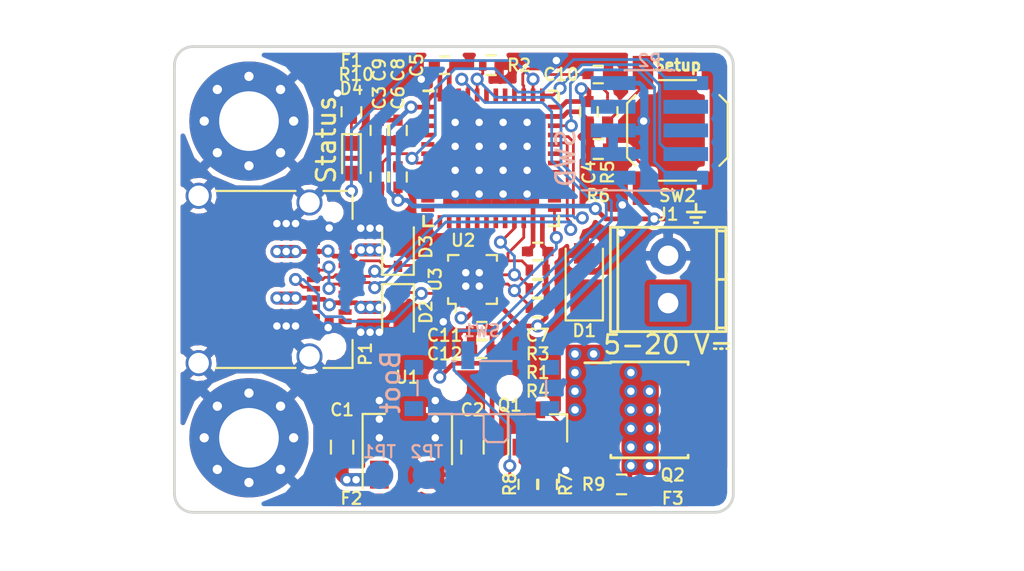
<source format=kicad_pcb>
(kicad_pcb (version 4) (host pcbnew 4.0.6)
  (title_block (title "PD Buddy Sink") (rev 0.3))
  (layers (0 F.Cu signal) (1 In1.Cu signal) (2 In2.Cu signal) (31 B.Cu signal) (34 B.Paste user) (35 F.Paste user) (36 B.SilkS user) (37 F.SilkS user) (38 B.Mask user) (39 F.Mask user) (44 Edge.Cuts user))
  (net 0 "")
  (net 1 VBUS)
  (net 2 GND)
  (net 3 +3V3)
  (net 4 /Microcontroller/nRST)
  (net 5 "/PD PHY/CC2")
  (net 6 "/PD PHY/CC1")
  (net 7 "Net-(P1-PadB8)")
  (net 8 "Net-(P1-PadB3)")
  (net 9 "Net-(P1-PadB10)")
  (net 10 "Net-(P1-PadB2)")
  (net 11 "Net-(P1-PadB11)")
  (net 12 "Net-(P1-PadA2)")
  (net 13 "Net-(P1-PadA3)")
  (net 14 "Net-(P1-PadA10)")
  (net 15 "Net-(P1-PadA8)")
  (net 16 "Net-(P1-PadA11)")
  (net 17 /Microcontroller/SWDIO)
  (net 18 /Microcontroller/SWCLK)
  (net 19 "Net-(P2-Pad6)")
  (net 20 "Net-(P2-Pad7)")
  (net 21 "Net-(P2-Pad8)")
  (net 22 "Net-(Q1-Pad1)")
  (net 23 /Microcontroller/INT_N)
  (net 24 /Microcontroller/SCL)
  (net 25 /Microcontroller/SDA)
  (net 26 "Net-(R5-Pad1)")
  (net 27 /Microcontroller/OUT_CTRL)
  (net 28 "Net-(U2-Pad2)")
  (net 29 "Net-(U2-Pad3)")
  (net 30 "Net-(U2-Pad4)")
  (net 31 "Net-(U2-Pad5)")
  (net 32 "Net-(U2-Pad6)")
  (net 33 "Net-(U2-Pad10)")
  (net 34 "Net-(U2-Pad11)")
  (net 35 "Net-(U2-Pad12)")
  (net 36 "Net-(U2-Pad13)")
  (net 37 "Net-(U2-Pad14)")
  (net 38 "Net-(U2-Pad15)")
  (net 39 "Net-(U2-Pad16)")
  (net 40 "Net-(U2-Pad17)")
  (net 41 "Net-(U2-Pad18)")
  (net 42 "Net-(U2-Pad19)")
  (net 43 "Net-(U2-Pad20)")
  (net 44 "Net-(U2-Pad26)")
  (net 45 "Net-(U2-Pad27)")
  (net 46 "Net-(U2-Pad28)")
  (net 47 "Net-(U2-Pad29)")
  (net 48 "Net-(U2-Pad30)")
  (net 49 "Net-(U2-Pad40)")
  (net 50 "Net-(U2-Pad46)")
  (net 51 VCONN)
  (net 52 "Net-(D4-Pad1)")
  (net 53 /Microcontroller/D+)
  (net 54 /Microcontroller/D-)
  (net 55 /Microcontroller/SETUP)
  (net 56 "Net-(U2-Pad31)")
  (net 57 "Net-(U2-Pad41)")
  (net 58 "Net-(U2-Pad42)")
  (net 59 "Net-(U2-Pad43)")
  (net 60 "Net-(Q1-Pad3)")
  (net 61 /Output/OUT)
  (net 62 /Microcontroller/BOOT)
  (net 63 /Microcontroller/STATUS)
  (module Fiducials:Fiducial_1mm_Dia_2.54mm_Outer_CopperTop (layer F.Cu) (at 110.25 81.25)
    (fp_text reference F3 (at -2 0.5) (layer F.SilkS) (effects (font (size 0.65 0.65) (thickness 0.12))))
    (fp_text value Fiducial_1mm_Dia_2.54mm_Outer_CopperTop)
    (pad ~ smd circle (at 0 0) (size 1 1) (layers F.Cu F.Mask) (clearance 0.77))
  )
  (module Fiducials:Fiducial_1mm_Dia_2.54mm_Outer_CopperTop (layer F.Cu) (at 89 81.25)
    (fp_text reference F2 (at 2 0.5) (layer F.SilkS) (effects (font (size 0.65 0.65) (thickness 0.12))))
    (fp_text value Fiducial_1mm_Dia_2.54mm_Outer_CopperTop)
    (pad ~ smd circle (at 0 0) (size 1 1) (layers F.Cu F.Mask) (clearance 0.77))
  )
  (module Housings_DFN_QFN:QFN-48-1EP_7x7mm_Pitch0.5mm (layer F.Cu) (at 98.5 63.5)
    (fp_text reference U2 (at -1.5 4.4) (layer F.SilkS) (effects (font (size 0.65 0.65) (thickness 0.12))))
    (fp_text value STM32F072C8Ux)
    (pad 1 smd rect (at -3.4 -2.75) (size 0.7 0.25) (layers F.Cu F.Paste F.Mask) (net 3 +3V3))
    (pad 2 smd rect (at -3.4 -2.25) (size 0.7 0.25) (layers F.Cu F.Paste F.Mask) (net 28 "Net-(U2-Pad2)"))
    (pad 3 smd rect (at -3.4 -1.75) (size 0.7 0.25) (layers F.Cu F.Paste F.Mask) (net 29 "Net-(U2-Pad3)"))
    (pad 4 smd rect (at -3.4 -1.25) (size 0.7 0.25) (layers F.Cu F.Paste F.Mask) (net 30 "Net-(U2-Pad4)"))
    (pad 5 smd rect (at -3.4 -0.75) (size 0.7 0.25) (layers F.Cu F.Paste F.Mask) (net 31 "Net-(U2-Pad5)"))
    (pad 6 smd rect (at -3.4 -0.25) (size 0.7 0.25) (layers F.Cu F.Paste F.Mask) (net 32 "Net-(U2-Pad6)"))
    (pad 7 smd rect (at -3.4 0.25) (size 0.7 0.25) (layers F.Cu F.Paste F.Mask) (net 4 /Microcontroller/nRST))
    (pad 8 smd rect (at -3.4 0.75) (size 0.7 0.25) (layers F.Cu F.Paste F.Mask) (net 2 GND))
    (pad 9 smd rect (at -3.4 1.25) (size 0.7 0.25) (layers F.Cu F.Paste F.Mask) (net 3 +3V3))
    (pad 10 smd rect (at -3.4 1.75) (size 0.7 0.25) (layers F.Cu F.Paste F.Mask) (net 33 "Net-(U2-Pad10)"))
    (pad 11 smd rect (at -3.4 2.25) (size 0.7 0.25) (layers F.Cu F.Paste F.Mask) (net 34 "Net-(U2-Pad11)"))
    (pad 12 smd rect (at -3.4 2.75) (size 0.7 0.25) (layers F.Cu F.Paste F.Mask) (net 35 "Net-(U2-Pad12)"))
    (pad 13 smd rect (at -2.75 3.4 90) (size 0.7 0.25) (layers F.Cu F.Paste F.Mask) (net 36 "Net-(U2-Pad13)"))
    (pad 14 smd rect (at -2.25 3.4 90) (size 0.7 0.25) (layers F.Cu F.Paste F.Mask) (net 37 "Net-(U2-Pad14)"))
    (pad 15 smd rect (at -1.75 3.4 90) (size 0.7 0.25) (layers F.Cu F.Paste F.Mask) (net 38 "Net-(U2-Pad15)"))
    (pad 16 smd rect (at -1.25 3.4 90) (size 0.7 0.25) (layers F.Cu F.Paste F.Mask) (net 39 "Net-(U2-Pad16)"))
    (pad 17 smd rect (at -0.75 3.4 90) (size 0.7 0.25) (layers F.Cu F.Paste F.Mask) (net 40 "Net-(U2-Pad17)"))
    (pad 18 smd rect (at -0.25 3.4 90) (size 0.7 0.25) (layers F.Cu F.Paste F.Mask) (net 41 "Net-(U2-Pad18)"))
    (pad 19 smd rect (at 0.25 3.4 90) (size 0.7 0.25) (layers F.Cu F.Paste F.Mask) (net 42 "Net-(U2-Pad19)"))
    (pad 20 smd rect (at 0.75 3.4 90) (size 0.7 0.25) (layers F.Cu F.Paste F.Mask) (net 43 "Net-(U2-Pad20)"))
    (pad 21 smd rect (at 1.25 3.4 90) (size 0.7 0.25) (layers F.Cu F.Paste F.Mask) (net 24 /Microcontroller/SCL))
    (pad 22 smd rect (at 1.75 3.4 90) (size 0.7 0.25) (layers F.Cu F.Paste F.Mask) (net 25 /Microcontroller/SDA))
    (pad 23 smd rect (at 2.25 3.4 90) (size 0.7 0.25) (layers F.Cu F.Paste F.Mask) (net 2 GND))
    (pad 24 smd rect (at 2.75 3.4 90) (size 0.7 0.25) (layers F.Cu F.Paste F.Mask) (net 3 +3V3))
    (pad 25 smd rect (at 3.4 2.75) (size 0.7 0.25) (layers F.Cu F.Paste F.Mask) (net 23 /Microcontroller/INT_N))
    (pad 26 smd rect (at 3.4 2.25) (size 0.7 0.25) (layers F.Cu F.Paste F.Mask) (net 44 "Net-(U2-Pad26)"))
    (pad 27 smd rect (at 3.4 1.75) (size 0.7 0.25) (layers F.Cu F.Paste F.Mask) (net 45 "Net-(U2-Pad27)"))
    (pad 28 smd rect (at 3.4 1.25) (size 0.7 0.25) (layers F.Cu F.Paste F.Mask) (net 46 "Net-(U2-Pad28)"))
    (pad 29 smd rect (at 3.4 0.75) (size 0.7 0.25) (layers F.Cu F.Paste F.Mask) (net 47 "Net-(U2-Pad29)"))
    (pad 30 smd rect (at 3.4 0.25) (size 0.7 0.25) (layers F.Cu F.Paste F.Mask) (net 48 "Net-(U2-Pad30)"))
    (pad 31 smd rect (at 3.4 -0.25) (size 0.7 0.25) (layers F.Cu F.Paste F.Mask) (net 56 "Net-(U2-Pad31)"))
    (pad 32 smd rect (at 3.4 -0.75) (size 0.7 0.25) (layers F.Cu F.Paste F.Mask) (net 54 /Microcontroller/D-))
    (pad 33 smd rect (at 3.4 -1.25) (size 0.7 0.25) (layers F.Cu F.Paste F.Mask) (net 53 /Microcontroller/D+))
    (pad 34 smd rect (at 3.4 -1.75) (size 0.7 0.25) (layers F.Cu F.Paste F.Mask) (net 17 /Microcontroller/SWDIO))
    (pad 35 smd rect (at 3.4 -2.25) (size 0.7 0.25) (layers F.Cu F.Paste F.Mask) (net 2 GND))
    (pad 36 smd rect (at 3.4 -2.75) (size 0.7 0.25) (layers F.Cu F.Paste F.Mask) (net 3 +3V3))
    (pad 37 smd rect (at 2.75 -3.4 90) (size 0.7 0.25) (layers F.Cu F.Paste F.Mask) (net 18 /Microcontroller/SWCLK))
    (pad 38 smd rect (at 2.25 -3.4 90) (size 0.7 0.25) (layers F.Cu F.Paste F.Mask) (net 63 /Microcontroller/STATUS))
    (pad 39 smd rect (at 1.75 -3.4 90) (size 0.7 0.25) (layers F.Cu F.Paste F.Mask) (net 55 /Microcontroller/SETUP))
    (pad 40 smd rect (at 1.25 -3.4 90) (size 0.7 0.25) (layers F.Cu F.Paste F.Mask) (net 49 "Net-(U2-Pad40)"))
    (pad 41 smd rect (at 0.75 -3.4 90) (size 0.7 0.25) (layers F.Cu F.Paste F.Mask) (net 57 "Net-(U2-Pad41)"))
    (pad 42 smd rect (at 0.25 -3.4 90) (size 0.7 0.25) (layers F.Cu F.Paste F.Mask) (net 58 "Net-(U2-Pad42)"))
    (pad 43 smd rect (at -0.25 -3.4 90) (size 0.7 0.25) (layers F.Cu F.Paste F.Mask) (net 59 "Net-(U2-Pad43)"))
    (pad 44 smd rect (at -0.75 -3.4 90) (size 0.7 0.25) (layers F.Cu F.Paste F.Mask) (net 62 /Microcontroller/BOOT))
    (pad 45 smd rect (at -1.25 -3.4 90) (size 0.7 0.25) (layers F.Cu F.Paste F.Mask) (net 27 /Microcontroller/OUT_CTRL))
    (pad 46 smd rect (at -1.75 -3.4 90) (size 0.7 0.25) (layers F.Cu F.Paste F.Mask) (net 50 "Net-(U2-Pad46)"))
    (pad 47 smd rect (at -2.25 -3.4 90) (size 0.7 0.25) (layers F.Cu F.Paste F.Mask) (net 2 GND))
    (pad 48 smd rect (at -2.75 -3.4 90) (size 0.7 0.25) (layers F.Cu F.Paste F.Mask) (net 3 +3V3))
    (pad 49 smd rect (at 1.93125 1.93125) (size 1.2875 1.2875) (layers F.Cu F.Paste F.Mask) (net 2 GND))
    (pad 49 smd rect (at 1.93125 0.64375) (size 1.2875 1.2875) (layers F.Cu F.Paste F.Mask) (net 2 GND))
    (pad 49 smd rect (at 1.93125 -0.64375) (size 1.2875 1.2875) (layers F.Cu F.Paste F.Mask) (net 2 GND))
    (pad 49 smd rect (at 1.93125 -1.93125) (size 1.2875 1.2875) (layers F.Cu F.Paste F.Mask) (net 2 GND))
    (pad 49 smd rect (at 0.64375 1.93125) (size 1.2875 1.2875) (layers F.Cu F.Paste F.Mask) (net 2 GND))
    (pad 49 smd rect (at 0.64375 0.64375) (size 1.2875 1.2875) (layers F.Cu F.Paste F.Mask) (net 2 GND))
    (pad 49 smd rect (at 0.64375 -0.64375) (size 1.2875 1.2875) (layers F.Cu F.Paste F.Mask) (net 2 GND))
    (pad 49 smd rect (at 0.64375 -1.93125) (size 1.2875 1.2875) (layers F.Cu F.Paste F.Mask) (net 2 GND))
    (pad 49 smd rect (at -0.64375 1.93125) (size 1.2875 1.2875) (layers F.Cu F.Paste F.Mask) (net 2 GND))
    (pad 49 smd rect (at -0.64375 0.64375) (size 1.2875 1.2875) (layers F.Cu F.Paste F.Mask) (net 2 GND))
    (pad 49 smd rect (at -0.64375 -0.64375) (size 1.2875 1.2875) (layers F.Cu F.Paste F.Mask) (net 2 GND))
    (pad 49 smd rect (at -0.64375 -1.93125) (size 1.2875 1.2875) (layers F.Cu F.Paste F.Mask) (net 2 GND))
    (pad 49 smd rect (at -1.93125 1.93125) (size 1.2875 1.2875) (layers F.Cu F.Paste F.Mask) (net 2 GND))
    (pad 49 smd rect (at -1.93125 0.64375) (size 1.2875 1.2875) (layers F.Cu F.Paste F.Mask) (net 2 GND))
    (pad 49 smd rect (at -1.93125 -0.64375) (size 1.2875 1.2875) (layers F.Cu F.Paste F.Mask) (net 2 GND))
    (pad 49 smd rect (at -1.93125 -1.93125) (size 1.2875 1.2875) (layers F.Cu F.Paste F.Mask) (net 2 GND))
  )
  (module Connectors_Terminal_Blocks:TerminalBlock_Pheonix_MPT-2.54mm_2pol (layer F.Cu) (at 108 71.27 90)
    (fp_text reference J1 (at 4.77 0 180) (layer F.SilkS) (effects (font (size 0.65 0.65) (thickness 0.12))))
    (fp_text value "5-20 V⎓" (at -2.23 0 180) (layer F.SilkS))
    (pad 2 thru_hole oval (at 2.54 0 90) (size 1.99898 1.99898) (drill 1.09728) (layers *.Cu *.Mask) (net 2 GND))
    (pad 1 thru_hole rect (at 0 0 90) (size 1.99898 1.99898) (drill 1.09728) (layers *.Cu *.Mask) (net 61 /Output/OUT))
  )
  (module Housings_SOIC:SOIC-8_3.9x4.9mm_Pitch1.27mm (layer F.Cu) (at 107 77)
    (fp_text reference Q2 (at 1.25 3.5) (layer F.SilkS) (effects (font (size 0.65 0.65) (thickness 0.12))))
    (fp_text value DMP4015SSS)
    (pad 1 smd rect (at -2.7 -1.905) (size 1.55 0.6) (layers F.Cu F.Paste F.Mask) (net 1 VBUS))
    (pad 2 smd rect (at -2.7 -0.635) (size 1.55 0.6) (layers F.Cu F.Paste F.Mask) (net 1 VBUS))
    (pad 3 smd rect (at -2.7 0.635) (size 1.55 0.6) (layers F.Cu F.Paste F.Mask) (net 1 VBUS))
    (pad 4 smd rect (at -2.7 1.905) (size 1.55 0.6) (layers F.Cu F.Paste F.Mask) (net 60 "Net-(Q1-Pad3)"))
    (pad 5 smd rect (at 2.7 1.905) (size 1.55 0.6) (layers F.Cu F.Paste F.Mask) (net 61 /Output/OUT))
    (pad 6 smd rect (at 2.7 0.635) (size 1.55 0.6) (layers F.Cu F.Paste F.Mask) (net 61 /Output/OUT))
    (pad 7 smd rect (at 2.7 -0.635) (size 1.55 0.6) (layers F.Cu F.Paste F.Mask) (net 61 /Output/OUT))
    (pad 8 smd rect (at 2.7 -1.905) (size 1.55 0.6) (layers F.Cu F.Paste F.Mask) (net 61 /Output/OUT))
  )
  (module TO_SOT_Packages_SMD:SOT-23 (layer F.Cu) (at 101 78 90)
    (fp_text reference Q1 (at 1.25 -1.5 180) (layer F.SilkS) (effects (font (size 0.65 0.65) (thickness 0.12))))
    (fp_text value MMBT2222ALT1G)
    (pad 1 smd rect (at -1 -0.95 90) (size 0.9 0.8) (layers F.Cu F.Paste F.Mask) (net 22 "Net-(Q1-Pad1)"))
    (pad 2 smd rect (at -1 0.95 90) (size 0.9 0.8) (layers F.Cu F.Paste F.Mask) (net 2 GND))
    (pad 3 smd rect (at 1 0 90) (size 0.9 0.8) (layers F.Cu F.Paste F.Mask) (net 60 "Net-(Q1-Pad3)"))
  )
  (module Diodes_SMD:D_SOD-323 (layer F.Cu) (at 93.5 71.75 270)
    (fp_text reference D2 (at 0 -1.5 270) (layer F.SilkS) (effects (font (size 0.65 0.65) (thickness 0.12))))
    (fp_text value CZRF52C5V6)
    (pad 1 smd rect (at -1.05 0 270) (size 0.6 0.45) (layers F.Cu F.Paste F.Mask) (net 5 "/PD PHY/CC2"))
    (pad 2 smd rect (at 1.05 0 270) (size 0.6 0.45) (layers F.Cu F.Paste F.Mask) (net 2 GND))
  )
  (module Diodes_SMD:D_SOD-323 (layer F.Cu) (at 93.5 68.25 90)
    (fp_text reference D3 (at 0 1.5 90) (layer F.SilkS) (effects (font (size 0.65 0.65) (thickness 0.12))))
    (fp_text value CZRF52C5V6)
    (pad 1 smd rect (at -1.05 0 90) (size 0.6 0.45) (layers F.Cu F.Paste F.Mask) (net 6 "/PD PHY/CC1"))
    (pad 2 smd rect (at 1.05 0 90) (size 0.6 0.45) (layers F.Cu F.Paste F.Mask) (net 2 GND))
  )
  (module TO_SOT_Packages_SMD:SOT89-3_Housing (layer F.Cu) (at 94 79 90)
    (fp_text reference U1 (at 3.75 0 180) (layer F.SilkS) (effects (font (size 0.65 0.65) (thickness 0.12))))
    (fp_text value AP2204R-3.3TRG1)
    (pad 1 smd rect (at -1.48 -1.5) (size 1 1.5) (layers F.Cu F.Paste F.Mask) (net 1 VBUS))
    (pad 2 smd rect (at -1.48 0) (size 1 1.5) (layers F.Cu F.Paste F.Mask) (net 2 GND))
    (pad 3 smd rect (at -1.48 1.5) (size 1 1.5) (layers F.Cu F.Paste F.Mask) (net 3 +3V3))
    (pad 2 smd rect (at 1.48 0) (size 2 3) (layers F.Cu F.Paste F.Mask) (net 2 GND))
    (pad 2 smd trapezoid (at -0.37 0 180) (size 1.5 0.75) (rect_delta 0 0.5) (layers F.Cu F.Paste F.Mask) (net 2 GND))
  )
  (module Buttons_Switches_SMD:SW_SPST_SKQG (layer F.Cu) (at 108.5 62 270)
    (fp_text reference SW2 (at 3.5 0 360) (layer F.SilkS) (effects (font (size 0.65 0.65) (thickness 0.12))))
    (fp_text value Setup (at -3.5 0 360) (layer F.SilkS) (effects (font (size 0.6 0.6))))
    (pad 1 smd rect (at -3.1 -1.85 270) (size 1.8 1.1) (layers F.Cu F.Paste F.Mask) (net 3 +3V3))
    (pad 1 smd rect (at 3.1 -1.85 270) (size 1.8 1.1) (layers F.Cu F.Paste F.Mask) (net 3 +3V3))
    (pad 2 smd rect (at -3.1 1.85 270) (size 1.8 1.1) (layers F.Cu F.Paste F.Mask) (net 26 "Net-(R5-Pad1)"))
    (pad 2 smd rect (at 3.1 1.85 270) (size 1.8 1.1) (layers F.Cu F.Paste F.Mask) (net 26 "Net-(R5-Pad1)"))
  )
  (module Diodes_SMD:D_SOD-123F (layer F.Cu) (at 103.5 70 90)
    (fp_text reference D1 (at -2.75 0 180) (layer F.SilkS) (effects (font (size 0.65 0.65) (thickness 0.12))))
    (fp_text value SS14FL)
    (pad 1 smd rect (at -1.4 0 90) (size 1.1 1.1) (layers F.Cu F.Paste F.Mask) (net 61 /Output/OUT))
    (pad 2 smd rect (at 1.4 0 90) (size 1.1 1.1) (layers F.Cu F.Paste F.Mask) (net 2 GND))
  )
  (module pd-buddy:MLP-14 (layer F.Cu) (at 97.5 70 90)
    (fp_text reference U3 (at 0 -2 90) (layer F.SilkS) (effects (font (size 0.65 0.65) (thickness 0.12))))
    (fp_text value FUSB302B)
    (pad 2 smd rect (at -1.215 0 90) (size 0.58 0.3) (layers F.Cu F.Paste F.Mask) (net 1 VBUS))
    (pad 1 smd rect (at -1.215 -0.5 90) (size 0.58 0.3) (layers F.Cu F.Paste F.Mask) (net 5 "/PD PHY/CC2"))
    (pad 3 smd rect (at -1.215 0.5 90) (size 0.58 0.3) (layers F.Cu F.Paste F.Mask) (net 3 +3V3))
    (pad 8 smd rect (at 1.215 0.5 90) (size 0.58 0.3) (layers F.Cu F.Paste F.Mask) (net 2 GND))
    (pad 10 smd rect (at 1.215 -0.5 90) (size 0.58 0.3) (layers F.Cu F.Paste F.Mask) (net 6 "/PD PHY/CC1"))
    (pad 9 smd rect (at 1.215 0 90) (size 0.58 0.3) (layers F.Cu F.Paste F.Mask) (net 2 GND))
    (pad 4 smd rect (at -0.75 1.215 90) (size 0.3 0.58) (layers F.Cu F.Paste F.Mask) (net 3 +3V3))
    (pad 5 smd rect (at -0.25 1.215 90) (size 0.3 0.58) (layers F.Cu F.Paste F.Mask) (net 23 /Microcontroller/INT_N))
    (pad 6 smd rect (at 0.25 1.215 90) (size 0.3 0.58) (layers F.Cu F.Paste F.Mask) (net 24 /Microcontroller/SCL))
    (pad 7 smd rect (at 0.75 1.215 90) (size 0.3 0.58) (layers F.Cu F.Paste F.Mask) (net 25 /Microcontroller/SDA))
    (pad 11 smd rect (at 0.75 -1.215 90) (size 0.3 0.58) (layers F.Cu F.Paste F.Mask) (net 6 "/PD PHY/CC1"))
    (pad 12 smd rect (at 0.25 -1.215 90) (size 0.3 0.58) (layers F.Cu F.Paste F.Mask) (net 51 VCONN))
    (pad 13 smd rect (at -0.25 -1.215 90) (size 0.3 0.58) (layers F.Cu F.Paste F.Mask) (net 51 VCONN))
    (pad 14 smd rect (at -0.75 -1.215 90) (size 0.3 0.58) (layers F.Cu F.Paste F.Mask) (net 5 "/PD PHY/CC2"))
    (pad 15 smd rect (at -0.3625 0.3625 90) (size 0.725 0.725) (layers F.Cu F.Paste F.Mask) (net 2 GND))
    (pad 15 smd rect (at 0.3625 0.3625 90) (size 0.725 0.725) (layers F.Cu F.Paste F.Mask) (net 2 GND))
    (pad 15 smd rect (at -0.3625 -0.3625 90) (size 0.725 0.725) (layers F.Cu F.Paste F.Mask) (net 2 GND))
    (pad 15 smd rect (at 0.3625 -0.3625 90) (size 0.725 0.725) (layers F.Cu F.Paste F.Mask) (net 2 GND))
  )
  (module pd-buddy:Pin_Header_Straight_2x05_Pitch1.27mm_SMD_NOPASTE (layer B.Cu) (at 107 62)
    (fp_text reference P2 (at 0 -3.75) (layer B.SilkS) (effects (font (size 0.65 0.65) (thickness 0.12)) (justify mirror)))
    (fp_text value SWD (at -4.5 1.5 270) (layer B.SilkS) (effects (justify mirror)))
    (pad 1 smd rect (at -1.95 2.54) (size 2.4 0.75) (layers B.Cu B.Mask) (net 3 +3V3))
    (pad 2 smd rect (at 1.95 2.54) (size 2.4 0.75) (layers B.Cu B.Mask) (net 17 /Microcontroller/SWDIO))
    (pad 3 smd rect (at -1.95 1.27) (size 2.4 0.75) (layers B.Cu B.Mask) (net 2 GND))
    (pad 4 smd rect (at 1.95 1.27) (size 2.4 0.75) (layers B.Cu B.Mask) (net 18 /Microcontroller/SWCLK))
    (pad 5 smd rect (at -1.95 0) (size 2.4 0.75) (layers B.Cu B.Mask) (net 2 GND))
    (pad 6 smd rect (at 1.95 0) (size 2.4 0.75) (layers B.Cu B.Mask) (net 19 "Net-(P2-Pad6)"))
    (pad 7 smd rect (at -1.95 -1.27) (size 2.4 0.75) (layers B.Cu B.Mask) (net 20 "Net-(P2-Pad7)"))
    (pad 8 smd rect (at 1.95 -1.27) (size 2.4 0.75) (layers B.Cu B.Mask) (net 21 "Net-(P2-Pad8)"))
    (pad 9 smd rect (at -1.95 -2.54) (size 2.4 0.75) (layers B.Cu B.Mask) (net 2 GND))
    (pad 10 smd rect (at 1.95 -2.54) (size 2.4 0.75) (layers B.Cu B.Mask) (net 4 /Microcontroller/nRST))
  )
  (module pd-buddy:SW_SPDT_PCM12_NOPASTE (layer B.Cu) (at 98 75.5 180)
    (fp_text reference SW1 (at 0 2.75 180) (layer B.SilkS) (effects (font (size 0.65 0.65) (thickness 0.12)) (justify mirror)))
    (fp_text value Boot (at 4.9 0 450) (layer B.SilkS) (effects (justify mirror)))
    (pad "" np_thru_hole circle (at -1.5 -0.33 180) (size 0.9 0.9) (drill 0.9) (layers *.Cu *.Mask))
    (pad "" np_thru_hole circle (at 1.5 -0.33 180) (size 0.9 0.9) (drill 0.9) (layers *.Cu *.Mask))
    (pad 1 smd rect (at -2.25 1.43 180) (size 0.7 1.5) (layers B.Cu B.Mask) (net 2 GND))
    (pad 2 smd rect (at 0.75 1.43 180) (size 0.7 1.5) (layers B.Cu B.Mask) (net 62 /Microcontroller/BOOT))
    (pad 3 smd rect (at 2.25 1.43 180) (size 0.7 1.5) (layers B.Cu B.Mask) (net 3 +3V3))
    (pad "" smd rect (at -3.65 -1.43 180) (size 1 0.8) (layers B.Cu B.Mask))
    (pad "" smd rect (at 3.65 -1.43 180) (size 1 0.8) (layers B.Cu B.Mask))
    (pad "" smd rect (at 3.65 0.78 180) (size 1 0.8) (layers B.Cu B.Mask))
    (pad "" smd rect (at -3.65 0.78 180) (size 1 0.8) (layers B.Cu B.Mask))
  )
  (module Capacitors_SMD:C_0603 (layer F.Cu) (at 90.5 79 90)
    (fp_text reference C1 (at 2 0 180) (layer F.SilkS) (effects (font (size 0.65 0.65) (thickness 0.12))))
    (fp_text value "1.0μF 25V")
    (pad 1 smd rect (at -0.75 0 90) (size 0.8 0.75) (layers F.Cu F.Paste F.Mask) (net 1 VBUS))
    (pad 2 smd rect (at 0.75 0 90) (size 0.8 0.75) (layers F.Cu F.Paste F.Mask) (net 2 GND))
  )
  (module Capacitors_SMD:C_0603 (layer F.Cu) (at 97.5 79 90)
    (fp_text reference C2 (at 2 0 180) (layer F.SilkS) (effects (font (size 0.65 0.65) (thickness 0.12))))
    (fp_text value 2.2μF)
    (pad 1 smd rect (at -0.75 0 90) (size 0.8 0.75) (layers F.Cu F.Paste F.Mask) (net 3 +3V3))
    (pad 2 smd rect (at 0.75 0 90) (size 0.8 0.75) (layers F.Cu F.Paste F.Mask) (net 2 GND))
  )
  (module Capacitors_SMD:C_0402 (layer F.Cu) (at 92.5 64.5 90)
    (fp_text reference C3 (at 4.25 0 90) (layer F.SilkS) (effects (font (size 0.65 0.65) (thickness 0.12))))
    (fp_text value 0.1μF)
    (pad 1 smd rect (at -0.55 0 90) (size 0.6 0.5) (layers F.Cu F.Paste F.Mask) (net 2 GND))
    (pad 2 smd rect (at 0.55 0 90) (size 0.6 0.5) (layers F.Cu F.Paste F.Mask) (net 4 /Microcontroller/nRST))
  )
  (module Capacitors_SMD:C_0402 (layer F.Cu) (at 103.75 61 270)
    (fp_text reference C4 (at 3.25 0 270) (layer F.SilkS) (effects (font (size 0.65 0.65) (thickness 0.12))))
    (fp_text value 0.1μF)
    (pad 1 smd rect (at -0.55 0 270) (size 0.6 0.5) (layers F.Cu F.Paste F.Mask) (net 3 +3V3))
    (pad 2 smd rect (at 0.55 0 270) (size 0.6 0.5) (layers F.Cu F.Paste F.Mask) (net 2 GND))
  )
  (module Capacitors_SMD:C_0402 (layer F.Cu) (at 96 58.5)
    (fp_text reference C5 (at -1.5 0 90) (layer F.SilkS) (effects (font (size 0.65 0.65) (thickness 0.12))))
    (fp_text value 0.1μF)
    (pad 1 smd rect (at -0.55 0) (size 0.6 0.5) (layers F.Cu F.Paste F.Mask) (net 3 +3V3))
    (pad 2 smd rect (at 0.55 0) (size 0.6 0.5) (layers F.Cu F.Paste F.Mask) (net 2 GND))
  )
  (module Capacitors_SMD:C_0402 (layer F.Cu) (at 93.5 64.5 90)
    (fp_text reference C6 (at 4.25 0 90) (layer F.SilkS) (effects (font (size 0.65 0.65) (thickness 0.12))))
    (fp_text value 0.1μF)
    (pad 1 smd rect (at -0.55 0 90) (size 0.6 0.5) (layers F.Cu F.Paste F.Mask) (net 3 +3V3))
    (pad 2 smd rect (at 0.55 0 90) (size 0.6 0.5) (layers F.Cu F.Paste F.Mask) (net 2 GND))
  )
  (module Capacitors_SMD:C_0402 (layer F.Cu) (at 101 68.5 180)
    (fp_text reference C7 (at 0 -4.5 180) (layer F.SilkS) (effects (font (size 0.65 0.65) (thickness 0.12))))
    (fp_text value 0.1μF)
    (pad 1 smd rect (at -0.55 0 180) (size 0.6 0.5) (layers F.Cu F.Paste F.Mask) (net 3 +3V3))
    (pad 2 smd rect (at 0.55 0 180) (size 0.6 0.5) (layers F.Cu F.Paste F.Mask) (net 2 GND))
  )
  (module Capacitors_SMD:C_0402 (layer F.Cu) (at 93.5 62 270)
    (fp_text reference C8 (at -3.25 0 270) (layer F.SilkS) (effects (font (size 0.65 0.65) (thickness 0.12))))
    (fp_text value 0.1μF)
    (pad 1 smd rect (at -0.55 0 270) (size 0.6 0.5) (layers F.Cu F.Paste F.Mask) (net 3 +3V3))
    (pad 2 smd rect (at 0.55 0 270) (size 0.6 0.5) (layers F.Cu F.Paste F.Mask) (net 2 GND))
  )
  (module Capacitors_SMD:C_0402 (layer F.Cu) (at 92.5 62 270)
    (fp_text reference C9 (at -3.25 0 270) (layer F.SilkS) (effects (font (size 0.65 0.65) (thickness 0.12))))
    (fp_text value 1μF)
    (pad 1 smd rect (at -0.55 0 270) (size 0.6 0.5) (layers F.Cu F.Paste F.Mask) (net 3 +3V3))
    (pad 2 smd rect (at 0.55 0 270) (size 0.6 0.5) (layers F.Cu F.Paste F.Mask) (net 2 GND))
  )
  (module Capacitors_SMD:C_0402 (layer F.Cu) (at 104.25 59)
    (fp_text reference C10 (at -2 0) (layer F.SilkS) (effects (font (size 0.65 0.65) (thickness 0.12))))
    (fp_text value 0.1μF)
    (pad 1 smd rect (at -0.55 0) (size 0.6 0.5) (layers F.Cu F.Paste F.Mask) (net 55 /Microcontroller/SETUP))
    (pad 2 smd rect (at 0.55 0) (size 0.6 0.5) (layers F.Cu F.Paste F.Mask) (net 2 GND))
  )
  (module Capacitors_SMD:C_0402 (layer F.Cu) (at 98 72.75 180)
    (fp_text reference C11 (at 2 -0.25 180) (layer F.SilkS) (effects (font (size 0.65 0.65) (thickness 0.12))))
    (fp_text value 0.1μF)
    (pad 1 smd rect (at -0.55 0 180) (size 0.6 0.5) (layers F.Cu F.Paste F.Mask) (net 3 +3V3))
    (pad 2 smd rect (at 0.55 0 180) (size 0.6 0.5) (layers F.Cu F.Paste F.Mask) (net 2 GND))
  )
  (module Capacitors_SMD:C_0402 (layer F.Cu) (at 98 73.75 180)
    (fp_text reference C12 (at 2 -0.25 180) (layer F.SilkS) (effects (font (size 0.65 0.65) (thickness 0.12))))
    (fp_text value 1μF)
    (pad 1 smd rect (at -0.55 0 180) (size 0.6 0.5) (layers F.Cu F.Paste F.Mask) (net 3 +3V3))
    (pad 2 smd rect (at 0.55 0 180) (size 0.6 0.5) (layers F.Cu F.Paste F.Mask) (net 2 GND))
  )
  (module LEDs:LED_0603 (layer F.Cu) (at 91 63.5 270)
    (fp_text reference D4 (at -3.75 0 360) (layer F.SilkS) (effects (font (size 0.65 0.65) (thickness 0.12))))
    (fp_text value Status (at -1 1.35 270) (layer F.SilkS))
    (pad 2 smd rect (at 0.8 0 90) (size 0.8 0.8) (layers F.Cu F.Paste F.Mask) (net 63 /Microcontroller/STATUS))
    (pad 1 smd rect (at -0.8 0 90) (size 0.8 0.8) (layers F.Cu F.Paste F.Mask) (net 52 "Net-(D4-Pad1)"))
  )
  (module Resistors_SMD:R_0402 (layer F.Cu) (at 101 70.5)
    (fp_text reference R1 (at 0 4.5) (layer F.SilkS) (effects (font (size 0.65 0.65) (thickness 0.12))))
    (fp_text value 2kΩ)
    (pad 1 smd rect (at -0.45 0) (size 0.4 0.6) (layers F.Cu F.Paste F.Mask) (net 24 /Microcontroller/SCL))
    (pad 2 smd rect (at 0.45 0) (size 0.4 0.6) (layers F.Cu F.Paste F.Mask) (net 3 +3V3))
  )
  (module Resistors_SMD:R_0402 (layer F.Cu) (at 98.5 58.5 180)
    (fp_text reference R2 (at -1.5 0 180) (layer F.SilkS) (effects (font (size 0.65 0.65) (thickness 0.12))))
    (fp_text value 10kΩ)
    (pad 1 smd rect (at -0.45 0 180) (size 0.4 0.6) (layers F.Cu F.Paste F.Mask) (net 2 GND))
    (pad 2 smd rect (at 0.45 0 180) (size 0.4 0.6) (layers F.Cu F.Paste F.Mask) (net 62 /Microcontroller/BOOT))
  )
  (module Resistors_SMD:R_0402 (layer F.Cu) (at 101 69.5)
    (fp_text reference R3 (at 0 4.5) (layer F.SilkS) (effects (font (size 0.65 0.65) (thickness 0.12))))
    (fp_text value 2kΩ)
    (pad 1 smd rect (at -0.45 0) (size 0.4 0.6) (layers F.Cu F.Paste F.Mask) (net 25 /Microcontroller/SDA))
    (pad 2 smd rect (at 0.45 0) (size 0.4 0.6) (layers F.Cu F.Paste F.Mask) (net 3 +3V3))
  )
  (module Resistors_SMD:R_0402 (layer F.Cu) (at 101 71.5)
    (fp_text reference R4 (at 0 4.5) (layer F.SilkS) (effects (font (size 0.65 0.65) (thickness 0.12))))
    (fp_text value 2kΩ)
    (pad 1 smd rect (at -0.45 0) (size 0.4 0.6) (layers F.Cu F.Paste F.Mask) (net 23 /Microcontroller/INT_N))
    (pad 2 smd rect (at 0.45 0) (size 0.4 0.6) (layers F.Cu F.Paste F.Mask) (net 3 +3V3))
  )
  (module Resistors_SMD:R_0402 (layer F.Cu) (at 104.75 61 90)
    (fp_text reference R5 (at -3.25 0 90) (layer F.SilkS) (effects (font (size 0.65 0.65) (thickness 0.12))))
    (fp_text value 10kΩ)
    (pad 1 smd rect (at -0.45 0 90) (size 0.4 0.6) (layers F.Cu F.Paste F.Mask) (net 26 "Net-(R5-Pad1)"))
    (pad 2 smd rect (at 0.45 0 90) (size 0.4 0.6) (layers F.Cu F.Paste F.Mask) (net 55 /Microcontroller/SETUP))
  )
  (module Resistors_SMD:R_0402 (layer F.Cu) (at 104.25 63 180)
    (fp_text reference R6 (at 0 -2.5 180) (layer F.SilkS) (effects (font (size 0.65 0.65) (thickness 0.12))))
    (fp_text value 10kΩ)
    (pad 1 smd rect (at -0.45 0 180) (size 0.4 0.6) (layers F.Cu F.Paste F.Mask) (net 26 "Net-(R5-Pad1)"))
    (pad 2 smd rect (at 0.45 0 180) (size 0.4 0.6) (layers F.Cu F.Paste F.Mask) (net 2 GND))
  )
  (module Resistors_SMD:R_0402 (layer F.Cu) (at 101.5 81 90)
    (fp_text reference R7 (at 0 1 90) (layer F.SilkS) (effects (font (size 0.65 0.65) (thickness 0.12))))
    (fp_text value 10kΩ)
    (pad 1 smd rect (at -0.45 0 90) (size 0.4 0.6) (layers F.Cu F.Paste F.Mask) (net 27 /Microcontroller/OUT_CTRL))
    (pad 2 smd rect (at 0.45 0 90) (size 0.4 0.6) (layers F.Cu F.Paste F.Mask) (net 2 GND))
  )
  (module Resistors_SMD:R_0402 (layer F.Cu) (at 100.5 81 90)
    (fp_text reference R8 (at 0 -1 90) (layer F.SilkS) (effects (font (size 0.65 0.65) (thickness 0.12))))
    (fp_text value 2kΩ)
    (pad 1 smd rect (at -0.45 0 90) (size 0.4 0.6) (layers F.Cu F.Paste F.Mask) (net 27 /Microcontroller/OUT_CTRL))
    (pad 2 smd rect (at 0.45 0 90) (size 0.4 0.6) (layers F.Cu F.Paste F.Mask) (net 22 "Net-(Q1-Pad1)"))
  )
  (module Resistors_SMD:R_0402 (layer F.Cu) (at 91 61 90)
    (fp_text reference R10 (at 2 0.25 180) (layer F.SilkS) (effects (font (size 0.65 0.65) (thickness 0.12))))
    (fp_text value 300Ω)
    (pad 1 smd rect (at -0.45 0 90) (size 0.4 0.6) (layers F.Cu F.Paste F.Mask) (net 52 "Net-(D4-Pad1)"))
    (pad 2 smd rect (at 0.45 0 90) (size 0.4 0.6) (layers F.Cu F.Paste F.Mask) (net 2 GND))
  )
  (module Mounting_Holes:MountingHole_3.2mm_M3_Pad_Via (layer F.Cu) (at 85.5 78.5 90)
    (fp_text reference MK1)
    (fp_text value M3)
    (pad 1 thru_hole circle (at 0 0 90) (size 6.4 6.4) (drill 3.2) (layers *.Cu *.Mask) (net 2 GND))
    (pad "" thru_hole circle (at 2.4 0 90) (size 0.6 0.6) (drill 0.5) (layers *.Cu *.Mask))
    (pad "" thru_hole circle (at 1.697056 1.697056 90) (size 0.6 0.6) (drill 0.5) (layers *.Cu *.Mask))
    (pad "" thru_hole circle (at 0 2.4 90) (size 0.6 0.6) (drill 0.5) (layers *.Cu *.Mask))
    (pad "" thru_hole circle (at -1.697056 1.697056 90) (size 0.6 0.6) (drill 0.5) (layers *.Cu *.Mask))
    (pad "" thru_hole circle (at -2.4 0 90) (size 0.6 0.6) (drill 0.5) (layers *.Cu *.Mask))
    (pad "" thru_hole circle (at -1.697056 -1.697056 90) (size 0.6 0.6) (drill 0.5) (layers *.Cu *.Mask))
    (pad "" thru_hole circle (at 0 -2.4 90) (size 0.6 0.6) (drill 0.5) (layers *.Cu *.Mask))
    (pad "" thru_hole circle (at 1.697056 -1.697056 90) (size 0.6 0.6) (drill 0.5) (layers *.Cu *.Mask))
  )
  (module Mounting_Holes:MountingHole_3.2mm_M3_Pad_Via (layer F.Cu) (at 85.5 61.5 90)
    (fp_text reference MK2)
    (fp_text value M3)
    (pad 1 thru_hole circle (at 0 0 90) (size 6.4 6.4) (drill 3.2) (layers *.Cu *.Mask) (net 2 GND))
    (pad "" thru_hole circle (at 2.4 0 90) (size 0.6 0.6) (drill 0.5) (layers *.Cu *.Mask))
    (pad "" thru_hole circle (at 1.697056 1.697056 90) (size 0.6 0.6) (drill 0.5) (layers *.Cu *.Mask))
    (pad "" thru_hole circle (at 0 2.4 90) (size 0.6 0.6) (drill 0.5) (layers *.Cu *.Mask))
    (pad "" thru_hole circle (at -1.697056 1.697056 90) (size 0.6 0.6) (drill 0.5) (layers *.Cu *.Mask))
    (pad "" thru_hole circle (at -2.4 0 90) (size 0.6 0.6) (drill 0.5) (layers *.Cu *.Mask))
    (pad "" thru_hole circle (at -1.697056 -1.697056 90) (size 0.6 0.6) (drill 0.5) (layers *.Cu *.Mask))
    (pad "" thru_hole circle (at 0 -2.4 90) (size 0.6 0.6) (drill 0.5) (layers *.Cu *.Mask))
    (pad "" thru_hole circle (at 1.697056 -1.697056 90) (size 0.6 0.6) (drill 0.5) (layers *.Cu *.Mask))
  )
  (module Resistors_SMD:R_0402 (layer F.Cu) (at 105.5 81 180)
    (fp_text reference R9 (at 1.5 0 180) (layer F.SilkS) (effects (font (size 0.65 0.65) (thickness 0.12))))
    (fp_text value 100kΩ)
    (pad 1 smd rect (at -0.45 0 180) (size 0.4 0.6) (layers F.Cu F.Paste F.Mask) (net 1 VBUS))
    (pad 2 smd rect (at 0.45 0 180) (size 0.4 0.6) (layers F.Cu F.Paste F.Mask) (net 60 "Net-(Q1-Pad3)"))
  )
  (module Measurement_Points:Measurement_Point_Round-SMD-Pad_Small (layer B.Cu) (at 92.5 80.5)
    (fp_text reference TP1 (at 0 -1.25) (layer B.SilkS) (effects (font (size 0.65 0.65) (thickness 0.12)) (justify mirror)))
    (fp_text value VBUS)
    (pad 1 smd circle (at 0 0) (size 1.5 1.5) (layers B.Cu B.Mask) (net 1 VBUS))
  )
  (module Measurement_Points:Measurement_Point_Round-SMD-Pad_Small (layer B.Cu) (at 95.04 80.5)
    (fp_text reference TP2 (at 0 -1.25) (layer B.SilkS) (effects (font (size 0.65 0.65) (thickness 0.12)) (justify mirror)))
    (fp_text value GND)
    (pad 1 smd circle (at 0 0) (size 1.5 1.5) (layers B.Cu B.Mask) (net 2 GND))
  )
  (module pd-buddy:Amphenol-12401610E4#2A (layer F.Cu) (at 90 70 270)
    (fp_text reference P1 (at 4 -1.75 270) (layer F.SilkS) (effects (font (size 0.65 0.65) (thickness 0.12))))
    (fp_text value 12401610E4#2A)
    (pad SH thru_hole circle (at -4.13 1.25 270) (size 1.4 1.4) (drill 1.1) (layers *.Cu *.Mask) (net 2 GND))
    (pad A1 smd rect (at -2.75 -0.66 270) (size 0.3 0.7) (layers F.Cu F.Paste F.Mask) (net 2 GND))
    (pad A2 smd rect (at -2.25 -0.66 270) (size 0.3 0.7) (layers F.Cu F.Paste F.Mask) (net 12 "Net-(P1-PadA2)"))
    (pad A3 smd rect (at -1.75 -0.66 270) (size 0.3 0.7) (layers F.Cu F.Paste F.Mask) (net 13 "Net-(P1-PadA3)"))
    (pad A4 smd rect (at -1.25 -0.66 270) (size 0.3 0.7) (layers F.Cu F.Paste F.Mask) (net 1 VBUS))
    (pad A5 smd rect (at -0.75 -0.66 270) (size 0.3 0.7) (layers F.Cu F.Paste F.Mask) (net 6 "/PD PHY/CC1"))
    (pad A6 smd rect (at -0.25 -0.66 270) (size 0.3 0.7) (layers F.Cu F.Paste F.Mask) (net 53 /Microcontroller/D+))
    (pad A7 smd rect (at 0.25 -0.66 270) (size 0.3 0.7) (layers F.Cu F.Paste F.Mask) (net 54 /Microcontroller/D-))
    (pad A12 smd rect (at 2.75 -0.66 270) (size 0.3 0.7) (layers F.Cu F.Paste F.Mask) (net 2 GND))
    (pad A10 smd rect (at 1.75 -0.66 270) (size 0.3 0.7) (layers F.Cu F.Paste F.Mask) (net 14 "Net-(P1-PadA10)"))
    (pad A9 smd rect (at 1.25 -0.66 270) (size 0.3 0.7) (layers F.Cu F.Paste F.Mask) (net 1 VBUS))
    (pad A8 smd rect (at 0.75 -0.66 270) (size 0.3 0.7) (layers F.Cu F.Paste F.Mask) (net 15 "Net-(P1-PadA8)"))
    (pad A11 smd rect (at 2.25 -0.66 270) (size 0.3 0.7) (layers F.Cu F.Paste F.Mask) (net 16 "Net-(P1-PadA11)"))
    (pad B1 smd rect (at 2.5 1.04 270) (size 0.3 0.7) (layers F.Cu F.Paste F.Mask) (net 2 GND))
    (pad SH thru_hole circle (at 4.13 1.25 270) (size 1.4 1.4) (drill 1.1) (layers *.Cu *.Mask) (net 2 GND))
    (pad SH thru_hole circle (at 4.49 7.2 270) (size 1.4 1.4) (drill 1.1) (layers *.Cu *.Mask) (net 2 GND))
    (pad SH thru_hole circle (at -4.49 7.2 270) (size 1.4 1.4) (drill 1.1) (layers *.Cu *.Mask) (net 2 GND))
    (pad "" np_thru_hole circle (at 3.6 0 270) (size 0.95 0.95) (drill 0.95) (layers *.Cu *.Mask))
    (pad "" np_thru_hole circle (at -3.6 0 270) (size 0.65 0.65) (drill 0.65) (layers *.Cu *.Mask))
    (pad B2 smd rect (at 2 1.04 270) (size 0.3 0.7) (layers F.Cu F.Paste F.Mask) (net 10 "Net-(P1-PadB2)"))
    (pad B3 smd rect (at 1.5 1.04 270) (size 0.3 0.7) (layers F.Cu F.Paste F.Mask) (net 8 "Net-(P1-PadB3)"))
    (pad B4 smd rect (at 1 1.04 270) (size 0.3 0.7) (layers F.Cu F.Paste F.Mask) (net 1 VBUS))
    (pad B5 smd rect (at 0.5 1.04 270) (size 0.3 0.7) (layers F.Cu F.Paste F.Mask) (net 5 "/PD PHY/CC2"))
    (pad B6 smd rect (at 0 1.04 270) (size 0.3 0.7) (layers F.Cu F.Paste F.Mask) (net 53 /Microcontroller/D+))
    (pad B7 smd rect (at -0.5 1.04 270) (size 0.3 0.7) (layers F.Cu F.Paste F.Mask) (net 54 /Microcontroller/D-))
    (pad B8 smd rect (at -1 1.04 270) (size 0.3 0.7) (layers F.Cu F.Paste F.Mask) (net 7 "Net-(P1-PadB8)"))
    (pad B9 smd rect (at -1.5 1.04 270) (size 0.3 0.7) (layers F.Cu F.Paste F.Mask) (net 1 VBUS))
    (pad B10 smd rect (at -2 1.04 270) (size 0.3 0.7) (layers F.Cu F.Paste F.Mask) (net 9 "Net-(P1-PadB10)"))
    (pad B11 smd rect (at -2.5 1.04 270) (size 0.3 0.7) (layers F.Cu F.Paste F.Mask) (net 11 "Net-(P1-PadB11)"))
    (pad B12 smd rect (at -3 1.04 270) (size 0.3 0.7) (layers F.Cu F.Paste F.Mask) (net 2 GND))
  )
  (module Fiducials:Fiducial_1mm_Dia_2.54mm_Outer_CopperTop (layer F.Cu) (at 89 58.75)
    (fp_text reference F1 (at 2 -0.5) (layer F.SilkS) (effects (font (size 0.65 0.65) (thickness 0.12))))
    (fp_text value Fiducial_1mm_Dia_2.54mm_Outer_CopperTop)
    (pad ~ smd circle (at 0 0) (size 1 1) (layers F.Cu F.Mask) (clearance 0.77))
  )
  (gr_text ⏚ (at 109.5 66.5) (layer F.SilkS) (effects (font (size 1 1))))
  (gr_arc (start 110.5 81.5) (end 111.5 81.5) (angle 90) (layer Edge.Cuts) (width 0.15))
  (gr_arc (start 110.5 58.5) (end 110.5 57.5) (angle 90) (layer Edge.Cuts) (width 0.15))
  (gr_arc (start 82.5 81.5) (end 82.5 82.5) (angle 90) (layer Edge.Cuts) (width 0.15))
  (gr_arc (start 82.5 58.5) (end 81.5 58.5) (angle 90) (layer Edge.Cuts) (width 0.15))
  (gr_line (start 110.5 57.5) (end 82.5 57.5) (layer Edge.Cuts) (width 0.15))
  (gr_line (start 111.5 81.5) (end 111.5 58.5) (layer Edge.Cuts) (width 0.15))
  (gr_line (start 82.5 82.5) (end 110.5 82.5) (layer Edge.Cuts) (width 0.15))
  (gr_line (start 81.5 58.5) (end 81.5 81.5) (layer Edge.Cuts) (width 0.15))
  (segment (start 92 71.5) (end 91.5117 71.5) (width 0.7) (layer F.Cu) (net 1))
  (segment (start 91.5117 71.5) (end 91.509715 71.498015) (width 0.7) (layer F.Cu) (net 1))
  (segment (start 92.25 71.5) (end 92.5 71.5) (width 0.7) (layer F.Cu) (net 1))
  (segment (start 92 71.5) (end 92.5 71.5) (width 0.7) (layer F.Cu) (net 1))
  (via (at 92.5 71.5) (size 0.7) (drill 0.4) (layers F.Cu B.Cu) (net 1))
  (via (at 92 71.5) (size 0.7) (drill 0.4) (layers F.Cu B.Cu) (net 1))
  (segment (start 91.2617 71.25) (end 91.509715 71.498015) (width 0.25) (layer F.Cu) (net 1))
  (segment (start 90.66 71.25) (end 91.2617 71.25) (width 0.25) (layer F.Cu) (net 1))
  (via (at 91.509715 71.498015) (size 0.7) (drill 0.4) (layers F.Cu B.Cu) (net 1))
  (segment (start 97.192337 72.062663) (end 96.88761 72.062663) (width 0.25) (layer F.Cu) (net 1))
  (segment (start 97.5 71.755) (end 97.192337 72.062663) (width 0.25) (layer F.Cu) (net 1))
  (segment (start 97.5 71.215) (end 97.5 71.755) (width 0.25) (layer F.Cu) (net 1))
  (via (at 96.88761 72.062663) (size 0.7) (drill 0.4) (layers F.Cu B.Cu) (net 1))
  (segment (start 90.75 80.75) (end 91.25 80.75) (width 0.7) (layer F.Cu) (net 1))
  (segment (start 90.75 80.75) (end 91.25 80.75) (width 0.7) (layer B.Cu) (net 1))
  (segment (start 91.25 80.75) (end 92.25 80.75) (width 0.7) (layer B.Cu) (net 1))
  (segment (start 92.25 80.75) (end 92.5 80.5) (width 0.7) (layer B.Cu) (net 1))
  (segment (start 91.25 80.75) (end 92.23 80.75) (width 0.7) (layer F.Cu) (net 1))
  (segment (start 92.23 80.75) (end 92.5 80.48) (width 0.7) (layer F.Cu) (net 1))
  (via (at 91.25 80.75) (size 0.7) (drill 0.4) (layers F.Cu B.Cu) (net 1))
  (segment (start 90.5 79.75) (end 90.5 80.5) (width 0.7) (layer F.Cu) (net 1))
  (segment (start 90.5 80.5) (end 90.75 80.75) (width 0.7) (layer F.Cu) (net 1))
  (via (at 90.75 80.75) (size 0.7) (drill 0.4) (layers F.Cu B.Cu) (net 1))
  (segment (start 87.999986 71) (end 87 71) (width 0.7) (layer F.Cu) (net 1))
  (via (at 87 71) (size 0.7) (drill 0.4) (layers F.Cu B.Cu) (net 1))
  (segment (start 87.999986 71) (end 87.5 71) (width 0.7) (layer F.Cu) (net 1))
  (via (at 87.5 71) (size 0.7) (drill 0.4) (layers F.Cu B.Cu) (net 1))
  (segment (start 88 68.5) (end 87 68.5) (width 0.7) (layer F.Cu) (net 1))
  (via (at 87 68.5) (size 0.7) (drill 0.4) (layers F.Cu B.Cu) (net 1))
  (segment (start 88 68.5) (end 87.499996 68.5) (width 0.7) (layer F.Cu) (net 1))
  (via (at 87.499996 68.5) (size 0.7) (drill 0.4) (layers F.Cu B.Cu) (net 1))
  (via (at 91.519791 68.41499) (size 0.7) (drill 0.4) (layers F.Cu B.Cu) (net 1))
  (segment (start 90.66 68.75) (end 90.674989 68.764989) (width 0.25) (layer F.Cu) (net 1))
  (segment (start 91.999996 68.41499) (end 91.519791 68.41499) (width 0.7) (layer F.Cu) (net 1))
  (segment (start 90.674989 68.764989) (end 91.169792 68.764989) (width 0.25) (layer F.Cu) (net 1))
  (segment (start 91.169792 68.764989) (end 91.519791 68.41499) (width 0.25) (layer F.Cu) (net 1))
  (via (at 91.999996 68.41499) (size 0.7) (drill 0.4) (layers F.Cu B.Cu) (net 1))
  (segment (start 92.5 68.41499) (end 91.999996 68.41499) (width 0.7) (layer F.Cu) (net 1))
  (via (at 92.5 68.41499) (size 0.7) (drill 0.4) (layers F.Cu B.Cu) (net 1))
  (via (at 88 68.5) (size 0.7) (drill 0.4) (layers F.Cu B.Cu) (net 1))
  (segment (start 88.96 68.5) (end 88 68.5) (width 0.25) (layer F.Cu) (net 1))
  (segment (start 88.96 71) (end 88 71) (width 0.25) (layer F.Cu) (net 1))
  (via (at 87.999986 71) (size 0.7) (drill 0.4) (layers F.Cu B.Cu) (net 1))
  (segment (start 89.723059 68.5) (end 89.744915 68.478144) (width 0.25) (layer F.Cu) (net 1))
  (segment (start 88.96 71) (end 89.024999 71.064999) (width 0.25) (layer F.Cu) (net 1))
  (segment (start 90.66 68.75) (end 90.06 68.75) (width 0.25) (layer F.Cu) (net 1))
  (segment (start 88.96 68.5) (end 89.723059 68.5) (width 0.25) (layer F.Cu) (net 1))
  (segment (start 89.929825 71.25) (end 89.820464 71.359361) (width 0.25) (layer F.Cu) (net 1))
  (segment (start 89.788144 68.478144) (end 89.744915 68.478144) (width 0.25) (layer F.Cu) (net 1))
  (segment (start 89.024999 71.064999) (end 89.526102 71.064999) (width 0.25) (layer F.Cu) (net 1))
  (segment (start 89.526102 71.064999) (end 89.820464 71.359361) (width 0.25) (layer F.Cu) (net 1))
  (segment (start 90.66 71.25) (end 89.929825 71.25) (width 0.25) (layer F.Cu) (net 1))
  (via (at 89.820464 71.359361) (size 0.7) (drill 0.4) (layers F.Cu B.Cu) (net 1))
  (via (at 89.744915 68.478144) (size 0.7) (drill 0.4) (layers F.Cu B.Cu) (net 1))
  (segment (start 90.06 68.75) (end 89.788144 68.478144) (width 0.25) (layer F.Cu) (net 1))
  (segment (start 106 77) (end 106 76) (width 0.6) (layer F.Cu) (net 1))
  (via (at 106 76) (size 0.7) (drill 0.4) (layers F.Cu B.Cu) (net 1))
  (segment (start 106 78) (end 106 77) (width 0.6) (layer F.Cu) (net 1))
  (via (at 106 77) (size 0.7) (drill 0.4) (layers F.Cu B.Cu) (net 1))
  (segment (start 106.095 75.095) (end 106 75) (width 0.6) (layer F.Cu) (net 1))
  (segment (start 107 76) (end 106 75) (width 0.6) (layer F.Cu) (net 1))
  (via (at 106 75) (size 0.7) (drill 0.4) (layers F.Cu B.Cu) (net 1))
  (segment (start 104.3 75.095) (end 106.095 75.095) (width 0.6) (layer F.Cu) (net 1))
  (segment (start 106 79) (end 106 78) (width 0.6) (layer F.Cu) (net 1))
  (via (at 106 78) (size 0.7) (drill 0.4) (layers F.Cu B.Cu) (net 1))
  (segment (start 105.95 80.05) (end 106 80) (width 0.25) (layer F.Cu) (net 1))
  (segment (start 105.95 81) (end 105.95 80.05) (width 0.25) (layer F.Cu) (net 1))
  (segment (start 107 80) (end 106 80) (width 0.6) (layer F.Cu) (net 1))
  (via (at 106 80) (size 0.7) (drill 0.4) (layers F.Cu B.Cu) (net 1))
  (segment (start 107 79) (end 106 79) (width 0.6) (layer F.Cu) (net 1))
  (via (at 106 79) (size 0.7) (drill 0.4) (layers F.Cu B.Cu) (net 1))
  (segment (start 107 79) (end 107 80) (width 0.6) (layer F.Cu) (net 1))
  (via (at 107 80) (size 0.7) (drill 0.4) (layers F.Cu B.Cu) (net 1))
  (segment (start 103 77) (end 103 76) (width 0.6) (layer F.Cu) (net 1))
  (segment (start 103 76) (end 103 75) (width 0.6) (layer F.Cu) (net 1))
  (segment (start 103 75) (end 103 74) (width 0.6) (layer F.Cu) (net 1))
  (segment (start 103 74) (end 104 74) (width 0.6) (layer F.Cu) (net 1))
  (segment (start 107 78) (end 107 79) (width 0.6) (layer F.Cu) (net 1))
  (via (at 107 79) (size 0.7) (drill 0.4) (layers F.Cu B.Cu) (net 1))
  (segment (start 107 77) (end 107 78) (width 0.6) (layer F.Cu) (net 1))
  (via (at 107 78) (size 0.7) (drill 0.4) (layers F.Cu B.Cu) (net 1))
  (segment (start 107 76) (end 107 77) (width 0.6) (layer F.Cu) (net 1))
  (via (at 107 77) (size 0.7) (drill 0.4) (layers F.Cu B.Cu) (net 1))
  (via (at 107 76) (size 0.7) (drill 0.4) (layers F.Cu B.Cu) (net 1))
  (via (at 104 74) (size 0.7) (drill 0.4) (layers F.Cu B.Cu) (net 1))
  (via (at 103 74) (size 0.7) (drill 0.4) (layers F.Cu B.Cu) (net 1))
  (via (at 103 75) (size 0.7) (drill 0.4) (layers F.Cu B.Cu) (net 1))
  (via (at 103 76) (size 0.7) (drill 0.4) (layers F.Cu B.Cu) (net 1))
  (segment (start 104.3 77.635) (end 103.635 77.635) (width 0.6) (layer F.Cu) (net 1))
  (segment (start 103.635 77.635) (end 103 77) (width 0.6) (layer F.Cu) (net 1))
  (via (at 103 77) (size 0.7) (drill 0.4) (layers F.Cu B.Cu) (net 1))
  (via (at 94.75 59.25) (size 0.7) (drill 0.4) (layers F.Cu B.Cu) (net 2))
  (segment (start 105.191537 65.650001) (end 105.541536 66) (width 0.25) (layer F.Cu) (net 2))
  (segment (start 103.8 63) (end 103.8 64.258464) (width 0.25) (layer F.Cu) (net 2))
  (via (at 105.541536 66) (size 0.7) (drill 0.4) (layers F.Cu B.Cu) (net 2))
  (segment (start 103.8 64.258464) (end 105.191537 65.650001) (width 0.25) (layer F.Cu) (net 2))
  (segment (start 91.41499 72.75) (end 91.5 72.83501) (width 0.25) (layer F.Cu) (net 2))
  (segment (start 90.66 72.75) (end 91.41499 72.75) (width 0.25) (layer F.Cu) (net 2))
  (via (at 91.5 72.83501) (size 0.7) (drill 0.4) (layers F.Cu B.Cu) (net 2))
  (segment (start 92.5 72.83501) (end 92 72.83501) (width 0.25) (layer F.Cu) (net 2))
  (via (at 92 72.83501) (size 0.7) (drill 0.4) (layers F.Cu B.Cu) (net 2))
  (via (at 92.5 72.83501) (size 0.7) (drill 0.4) (layers F.Cu B.Cu) (net 2))
  (segment (start 92 72.83501) (end 91.5 72.83501) (width 0.25) (layer F.Cu) (net 2))
  (segment (start 96.28164 72.622367) (end 95.931641 72.272368) (width 0.25) (layer F.Cu) (net 2))
  (segment (start 96.409273 72.75) (end 96.28164 72.622367) (width 0.25) (layer F.Cu) (net 2))
  (segment (start 97.45 72.75) (end 96.409273 72.75) (width 0.25) (layer F.Cu) (net 2))
  (via (at 95.931641 72.272368) (size 0.7) (drill 0.4) (layers F.Cu B.Cu) (net 2))
  (segment (start 105.05 59.46) (end 106.46 59.46) (width 0.25) (layer B.Cu) (net 2))
  (segment (start 106.46 59.46) (end 106.685978 59.685978) (width 0.25) (layer B.Cu) (net 2))
  (segment (start 106.685978 59.685978) (end 106.685978 61.005026) (width 0.25) (layer B.Cu) (net 2))
  (segment (start 106.685978 61.005026) (end 106.685978 61.5) (width 0.25) (layer B.Cu) (net 2))
  (segment (start 106.685978 61.814022) (end 106.685978 61.5) (width 0.25) (layer B.Cu) (net 2))
  (segment (start 106.5 62) (end 106.685978 61.814022) (width 0.25) (layer B.Cu) (net 2))
  (segment (start 105.05 62) (end 106.5 62) (width 0.25) (layer B.Cu) (net 2))
  (via (at 106.685978 61.5) (size 0.7) (drill 0.4) (layers F.Cu B.Cu) (net 2))
  (segment (start 99.65 58.25) (end 102 58.25) (width 0.25) (layer F.Cu) (net 2))
  (segment (start 99.4 58.5) (end 99.65 58.25) (width 0.25) (layer F.Cu) (net 2))
  (segment (start 98.95 58.5) (end 99.4 58.5) (width 0.25) (layer F.Cu) (net 2))
  (via (at 96.56875 65.414989) (size 0.7) (drill 0.4) (layers F.Cu B.Cu) (net 2))
  (via (at 100.43125 65.414989) (size 0.7) (drill 0.4) (layers F.Cu B.Cu) (net 2))
  (segment (start 100.75 65.733739) (end 100.43125 65.414989) (width 0.25) (layer F.Cu) (net 2))
  (via (at 97.85625 65.414989) (size 0.7) (drill 0.4) (layers F.Cu B.Cu) (net 2))
  (segment (start 103.75 61.5) (end 103.75 61.55) (width 0.25) (layer F.Cu) (net 2))
  (segment (start 102.362206 61.25) (end 102.612206 61) (width 0.25) (layer F.Cu) (net 2))
  (via (at 99.14375 65.414989) (size 0.7) (drill 0.4) (layers F.Cu B.Cu) (net 2))
  (segment (start 102.612206 61) (end 103.25 61) (width 0.25) (layer F.Cu) (net 2))
  (segment (start 103.25 61) (end 103.75 61.5) (width 0.25) (layer F.Cu) (net 2))
  (segment (start 101.9 61.25) (end 102.362206 61.25) (width 0.25) (layer F.Cu) (net 2))
  (segment (start 100.75 66.9) (end 100.75 65.733739) (width 0.25) (layer F.Cu) (net 2))
  (segment (start 87.5 72.5) (end 87 72.5) (width 0.25) (layer F.Cu) (net 2))
  (via (at 87 72.5) (size 0.7) (drill 0.4) (layers F.Cu B.Cu) (net 2))
  (segment (start 88 72.5) (end 87.5 72.5) (width 0.25) (layer F.Cu) (net 2))
  (via (at 87.5 72.5) (size 0.7) (drill 0.4) (layers F.Cu B.Cu) (net 2))
  (segment (start 87.5 67) (end 87 67) (width 0.25) (layer F.Cu) (net 2))
  (via (at 87 67) (size 0.7) (drill 0.4) (layers F.Cu B.Cu) (net 2))
  (segment (start 87.25 67) (end 87.5 67) (width 0.25) (layer F.Cu) (net 2))
  (segment (start 88 67) (end 87.5 67) (width 0.25) (layer F.Cu) (net 2))
  (via (at 87.5 67) (size 0.7) (drill 0.4) (layers F.Cu B.Cu) (net 2))
  (segment (start 88.96 72.5) (end 89.66499 72.5) (width 0.25) (layer F.Cu) (net 2))
  (segment (start 89.91499 72.75) (end 89.75 72.58501) (width 0.25) (layer F.Cu) (net 2))
  (segment (start 90.66 72.75) (end 89.91499 72.75) (width 0.25) (layer F.Cu) (net 2))
  (via (at 89.75 72.58501) (size 0.7) (drill 0.4) (layers F.Cu B.Cu) (net 2))
  (segment (start 89.66499 72.5) (end 89.75 72.58501) (width 0.25) (layer F.Cu) (net 2))
  (segment (start 88.96 67) (end 88 67) (width 0.25) (layer F.Cu) (net 2))
  (via (at 88 67) (size 0.7) (drill 0.4) (layers F.Cu B.Cu) (net 2))
  (segment (start 88.96 72.5) (end 88 72.5) (width 0.25) (layer F.Cu) (net 2))
  (via (at 88 72.5) (size 0.7) (drill 0.4) (layers F.Cu B.Cu) (net 2))
  (segment (start 89.570406 67) (end 89.807319 67.236913) (width 0.25) (layer F.Cu) (net 2))
  (segment (start 88.96 67) (end 89.570406 67) (width 0.25) (layer F.Cu) (net 2))
  (segment (start 90.66 67.25) (end 89.820406 67.25) (width 0.25) (layer F.Cu) (net 2))
  (segment (start 89.820406 67.25) (end 89.807319 67.236913) (width 0.25) (layer F.Cu) (net 2))
  (via (at 89.807319 67.236913) (size 0.7) (drill 0.4) (layers F.Cu B.Cu) (net 2))
  (segment (start 91 60.55) (end 90.55 60.55) (width 0.25) (layer F.Cu) (net 2))
  (segment (start 90.25 60.25) (end 90.25 60.000086) (width 0.25) (layer F.Cu) (net 2))
  (segment (start 90.55 60.55) (end 90.25 60.25) (width 0.25) (layer F.Cu) (net 2))
  (via (at 90.25 60.000086) (size 0.7) (drill 0.4) (layers F.Cu B.Cu) (net 2))
  (segment (start 85.5 61.5) (end 86.365802 61.5) (width 0.25) (layer F.Cu) (net 2))
  (segment (start 86.365802 61.5) (end 87.782057 62.916255) (width 0.25) (layer F.Cu) (net 2))
  (segment (start 87.782057 62.916255) (end 87.782057 63.717943) (width 0.25) (layer F.Cu) (net 2))
  (segment (start 85.5 78.5) (end 86.365802 78.5) (width 0.25) (layer F.Cu) (net 2))
  (segment (start 86.365802 78.5) (end 87.782057 77.083745) (width 0.25) (layer F.Cu) (net 2))
  (segment (start 87.782057 77.083745) (end 87.782057 76.282057) (width 0.25) (layer F.Cu) (net 2))
  (segment (start 87.782057 76.282057) (end 87.75 76.25) (width 0.25) (layer F.Cu) (net 2))
  (via (at 92.5 67.25) (size 0.7) (drill 0.4) (layers F.Cu B.Cu) (net 2))
  (segment (start 92 67.25) (end 92.5 67.25) (width 0.25) (layer F.Cu) (net 2))
  (via (at 105.5 67.5) (size 0.7) (drill 0.4) (layers F.Cu B.Cu) (net 2))
  (segment (start 101.5 80.55) (end 102.2 80.55) (width 0.25) (layer F.Cu) (net 2))
  (segment (start 102.2 80.55) (end 102.5 80.25) (width 0.25) (layer F.Cu) (net 2))
  (via (at 102.5 80.25) (size 0.7) (drill 0.4) (layers F.Cu B.Cu) (net 2))
  (segment (start 98 68.785) (end 98 69.5) (width 0.25) (layer F.Cu) (net 2))
  (segment (start 98 69.5) (end 97.8625 69.6375) (width 0.25) (layer F.Cu) (net 2))
  (segment (start 97.5 68.785) (end 97.5 68.245) (width 0.25) (layer F.Cu) (net 2))
  (segment (start 97.5 68.245) (end 97.745 68) (width 0.25) (layer F.Cu) (net 2))
  (segment (start 97.745 68) (end 97.755 68) (width 0.25) (layer F.Cu) (net 2))
  (segment (start 97.755 68) (end 98 68.245) (width 0.25) (layer F.Cu) (net 2))
  (segment (start 98 68.245) (end 98 68.785) (width 0.25) (layer F.Cu) (net 2))
  (via (at 97.1375 70.3625) (size 0.7) (drill 0.4) (layers F.Cu B.Cu) (net 2))
  (via (at 97.8625 70.3625) (size 0.7) (drill 0.4) (layers F.Cu B.Cu) (net 2))
  (via (at 97.8625 69.6375) (size 0.7) (drill 0.4) (layers F.Cu B.Cu) (net 2))
  (via (at 97.1375 69.6375) (size 0.7) (drill 0.4) (layers F.Cu B.Cu) (net 2))
  (via (at 102 58.25) (size 0.7) (drill 0.4) (layers F.Cu B.Cu) (net 2))
  (segment (start 105.05 62) (end 105.05 63.27) (width 0.25) (layer B.Cu) (net 2))
  (segment (start 95.1 64.25) (end 93.8 64.25) (width 0.25) (layer F.Cu) (net 2))
  (segment (start 93.8 64.25) (end 93.5 63.95) (width 0.25) (layer F.Cu) (net 2))
  (segment (start 96.25 60.1) (end 96.25 58.8) (width 0.25) (layer F.Cu) (net 2))
  (segment (start 96.25 58.8) (end 96.55 58.5) (width 0.25) (layer F.Cu) (net 2))
  (segment (start 95.5 78.5) (end 94.98 78.5) (width 0.7) (layer F.Cu) (net 2))
  (segment (start 94.98 78.5) (end 94 77.52) (width 0.25) (layer F.Cu) (net 2))
  (via (at 95.5 78.5) (size 0.7) (drill 0.4) (layers F.Cu B.Cu) (net 2))
  (segment (start 92.5 78.5) (end 93.02 78.5) (width 0.7) (layer F.Cu) (net 2))
  (segment (start 93.02 78.5) (end 94 77.52) (width 0.25) (layer F.Cu) (net 2))
  (via (at 92.5 78.5) (size 0.7) (drill 0.4) (layers F.Cu B.Cu) (net 2))
  (segment (start 95.5 76.5) (end 95.02 76.5) (width 0.7) (layer F.Cu) (net 2))
  (segment (start 95.02 76.5) (end 94 77.52) (width 0.25) (layer F.Cu) (net 2))
  (via (at 95.5 76.5) (size 0.7) (drill 0.4) (layers F.Cu B.Cu) (net 2))
  (segment (start 92.5 76.5) (end 92.98 76.5) (width 0.7) (layer F.Cu) (net 2))
  (segment (start 92.98 76.5) (end 94 77.52) (width 0.25) (layer F.Cu) (net 2))
  (via (at 92.5 76.5) (size 0.7) (drill 0.4) (layers F.Cu B.Cu) (net 2))
  (segment (start 94 77.52) (end 95.48 77.52) (width 0.7) (layer F.Cu) (net 2))
  (segment (start 95.48 77.52) (end 95.5 77.5) (width 0.25) (layer F.Cu) (net 2))
  (via (at 95.5 77.5) (size 0.7) (drill 0.4) (layers F.Cu B.Cu) (net 2))
  (segment (start 94 77.52) (end 92.52 77.52) (width 0.7) (layer F.Cu) (net 2))
  (segment (start 92.52 77.52) (end 92.5 77.5) (width 0.25) (layer F.Cu) (net 2))
  (via (at 92.5 77.5) (size 0.7) (drill 0.4) (layers F.Cu B.Cu) (net 2))
  (segment (start 100.75 66.9) (end 100.75 68.2) (width 0.25) (layer F.Cu) (net 2))
  (segment (start 100.75 68.2) (end 100.45 68.5) (width 0.25) (layer F.Cu) (net 2))
  (segment (start 95.1 64.25) (end 96.4625 64.25) (width 0.25) (layer F.Cu) (net 2))
  (segment (start 96.4625 64.25) (end 96.56875 64.14375) (width 0.25) (layer F.Cu) (net 2))
  (segment (start 101.9 61.25) (end 100.75 61.25) (width 0.25) (layer F.Cu) (net 2))
  (segment (start 100.75 61.25) (end 100.43125 61.56875) (width 0.25) (layer F.Cu) (net 2))
  (segment (start 96.25 60.1) (end 96.25 61.25) (width 0.25) (layer F.Cu) (net 2))
  (segment (start 96.25 61.25) (end 96.56875 61.56875) (width 0.25) (layer F.Cu) (net 2))
  (segment (start 91.5 67.25) (end 92 67.25) (width 0.25) (layer F.Cu) (net 2))
  (via (at 92 67.25) (size 0.7) (drill 0.4) (layers F.Cu B.Cu) (net 2))
  (segment (start 90.66 67.25) (end 91.5 67.25) (width 0.25) (layer F.Cu) (net 2))
  (via (at 91.5 67.25) (size 0.7) (drill 0.4) (layers F.Cu B.Cu) (net 2))
  (via (at 100.43125 61.56875) (size 0.7) (drill 0.4) (layers F.Cu B.Cu) (net 2))
  (via (at 96.56875 61.56875) (size 0.7) (drill 0.4) (layers F.Cu B.Cu) (net 2))
  (via (at 97.85625 61.56875) (size 0.7) (drill 0.4) (layers F.Cu B.Cu) (net 2))
  (via (at 99.14375 61.56875) (size 0.7) (drill 0.4) (layers F.Cu B.Cu) (net 2))
  (via (at 100.43125 62.85625) (size 0.7) (drill 0.4) (layers F.Cu B.Cu) (net 2))
  (via (at 99.14375 62.85625) (size 0.7) (drill 0.4) (layers F.Cu B.Cu) (net 2))
  (via (at 97.85625 62.85625) (size 0.7) (drill 0.4) (layers F.Cu B.Cu) (net 2))
  (via (at 96.56875 62.85625) (size 0.7) (drill 0.4) (layers F.Cu B.Cu) (net 2))
  (via (at 96.56875 64.14375) (size 0.7) (drill 0.4) (layers F.Cu B.Cu) (net 2))
  (via (at 97.85625 64.14375) (size 0.7) (drill 0.4) (layers F.Cu B.Cu) (net 2))
  (via (at 99.14375 64.14375) (size 0.7) (drill 0.4) (layers F.Cu B.Cu) (net 2))
  (via (at 100.43125 64.14375) (size 0.7) (drill 0.4) (layers F.Cu B.Cu) (net 2))
  (segment (start 94.304845 66.059871) (end 103.956806 66.059871) (width 0.25) (layer B.Cu) (net 3))
  (segment (start 103.956806 66.059871) (end 104.094514 66.197579) (width 0.25) (layer B.Cu) (net 3))
  (segment (start 93.5 65.75) (end 93.994974 65.75) (width 0.25) (layer B.Cu) (net 3))
  (segment (start 93.994974 65.75) (end 94.304845 66.059871) (width 0.25) (layer B.Cu) (net 3))
  (segment (start 104.444513 66.547578) (end 104.094514 66.197579) (width 0.25) (layer F.Cu) (net 3))
  (segment (start 104.646935 66.75) (end 104.444513 66.547578) (width 0.25) (layer F.Cu) (net 3))
  (via (at 104.094514 66.197579) (size 0.7) (drill 0.4) (layers F.Cu B.Cu) (net 3))
  (segment (start 107.249962 66.75) (end 104.646935 66.75) (width 0.25) (layer F.Cu) (net 3))
  (segment (start 102.55 60.45) (end 102.25 60.75) (width 0.25) (layer F.Cu) (net 3))
  (segment (start 102.25 60.75) (end 101.9 60.75) (width 0.25) (layer F.Cu) (net 3))
  (segment (start 103.75 60.45) (end 102.55 60.45) (width 0.25) (layer F.Cu) (net 3))
  (segment (start 103.75 59.9) (end 103.617764 59.767764) (width 0.25) (layer F.Cu) (net 3))
  (segment (start 103.437011 63.752011) (end 103.437011 60.359761) (width 0.25) (layer B.Cu) (net 3))
  (via (at 103.339988 59.767764) (size 0.7) (drill 0.4) (layers F.Cu B.Cu) (net 3))
  (segment (start 104.225 64.54) (end 103.437011 63.752011) (width 0.25) (layer B.Cu) (net 3))
  (segment (start 103.339988 60.262738) (end 103.339988 59.767764) (width 0.25) (layer B.Cu) (net 3))
  (segment (start 103.437011 60.359761) (end 103.339988 60.262738) (width 0.25) (layer B.Cu) (net 3))
  (segment (start 105.05 64.54) (end 104.225 64.54) (width 0.25) (layer B.Cu) (net 3))
  (segment (start 103.617764 59.767764) (end 103.339988 59.767764) (width 0.25) (layer F.Cu) (net 3))
  (segment (start 103.75 60.45) (end 103.75 59.9) (width 0.25) (layer F.Cu) (net 3))
  (segment (start 96.090565 74.892731) (end 95.740566 75.24273) (width 0.25) (layer F.Cu) (net 3))
  (segment (start 96.483298 74.5) (end 96.090565 74.892731) (width 0.25) (layer F.Cu) (net 3))
  (segment (start 98.55 74.5) (end 96.483298 74.5) (width 0.25) (layer F.Cu) (net 3))
  (segment (start 95.75 75.233296) (end 95.740566 75.24273) (width 0.25) (layer B.Cu) (net 3))
  (segment (start 95.75 74.07) (end 95.75 75.233296) (width 0.25) (layer B.Cu) (net 3))
  (via (at 95.740566 75.24273) (size 0.7) (drill 0.4) (layers F.Cu B.Cu) (net 3))
  (segment (start 97.5 79.75) (end 98 79.75) (width 0.25) (layer F.Cu) (net 3))
  (segment (start 98 79.75) (end 98.55 79.2) (width 0.25) (layer F.Cu) (net 3))
  (segment (start 98.55 79.2) (end 98.55 74.5) (width 0.25) (layer F.Cu) (net 3))
  (segment (start 98.55 74.5) (end 98.55 74.25) (width 0.25) (layer F.Cu) (net 3))
  (segment (start 110.35 65.1) (end 110.35 66.15) (width 0.25) (layer F.Cu) (net 3))
  (segment (start 110.35 66.15) (end 109.75 66.75) (width 0.25) (layer F.Cu) (net 3))
  (segment (start 109.75 66.75) (end 107.249962 66.75) (width 0.25) (layer F.Cu) (net 3))
  (segment (start 107.25 66.75) (end 107.249962 66.75) (width 0.25) (layer B.Cu) (net 3))
  (via (at 107.249962 66.75) (size 0.7) (drill 0.4) (layers F.Cu B.Cu) (net 3))
  (segment (start 101 72.5) (end 101.5 72.5) (width 0.25) (layer B.Cu) (net 3))
  (segment (start 101.5 72.5) (end 107.25 66.75) (width 0.25) (layer B.Cu) (net 3))
  (via (at 101 72.5) (size 0.7) (drill 0.4) (layers F.Cu B.Cu) (net 3))
  (segment (start 98.715 70.75) (end 98.715 71.15) (width 0.25) (layer F.Cu) (net 3))
  (segment (start 98.715 71.15) (end 100.065 72.5) (width 0.25) (layer F.Cu) (net 3))
  (segment (start 100.065 72.5) (end 101 72.5) (width 0.25) (layer F.Cu) (net 3))
  (segment (start 101.45 72.05) (end 101.45 71.5) (width 0.25) (layer F.Cu) (net 3))
  (segment (start 101 72.5) (end 101.45 72.05) (width 0.25) (layer F.Cu) (net 3))
  (segment (start 98.55 74.25) (end 98.55 73.75) (width 0.25) (layer F.Cu) (net 3))
  (segment (start 93.5 65.75) (end 93.5 65.05) (width 0.25) (layer F.Cu) (net 3))
  (segment (start 93 61.95) (end 93 65.25) (width 0.25) (layer B.Cu) (net 3))
  (segment (start 93 65.25) (end 93.5 65.75) (width 0.25) (layer B.Cu) (net 3))
  (via (at 93.5 65.75) (size 0.7) (drill 0.4) (layers F.Cu B.Cu) (net 3))
  (segment (start 94.2 60.75) (end 93 61.95) (width 0.25) (layer B.Cu) (net 3))
  (via (at 94.2 60.75) (size 0.7) (drill 0.4) (layers F.Cu B.Cu) (net 3))
  (segment (start 105.05 64.54) (end 105.05 64.55) (width 0.25) (layer B.Cu) (net 3))
  (segment (start 105.05 64.55) (end 107.25 66.75) (width 0.25) (layer B.Cu) (net 3))
  (segment (start 110.35 58.9) (end 110.35 65.1) (width 0.25) (layer F.Cu) (net 3))
  (segment (start 95.1 64.75) (end 93.8 64.75) (width 0.25) (layer F.Cu) (net 3))
  (segment (start 93.8 64.75) (end 93.5 65.05) (width 0.25) (layer F.Cu) (net 3))
  (segment (start 93.5 61.45) (end 94.2 60.75) (width 0.25) (layer F.Cu) (net 3))
  (segment (start 94.2 60.75) (end 95.1 60.75) (width 0.25) (layer F.Cu) (net 3))
  (segment (start 95.1 60.375) (end 95.375 60.1) (width 0.25) (layer F.Cu) (net 3))
  (segment (start 95.375 60.1) (end 95.75 60.1) (width 0.25) (layer F.Cu) (net 3))
  (segment (start 95.1 60.75) (end 95.1 60.375) (width 0.25) (layer F.Cu) (net 3))
  (segment (start 92.5 61.45) (end 93.5 61.45) (width 0.25) (layer F.Cu) (net 3))
  (segment (start 95.75 60.1) (end 95.75 58.8) (width 0.25) (layer F.Cu) (net 3))
  (segment (start 95.75 58.8) (end 95.45 58.5) (width 0.25) (layer F.Cu) (net 3))
  (segment (start 95.5 80.48) (end 96.77 80.48) (width 0.25) (layer F.Cu) (net 3))
  (segment (start 96.77 80.48) (end 97.5 79.75) (width 0.25) (layer F.Cu) (net 3))
  (segment (start 98.55 72.75) (end 98.55 73.75) (width 0.25) (layer F.Cu) (net 3))
  (segment (start 98 71.215) (end 98 72.2) (width 0.25) (layer F.Cu) (net 3))
  (segment (start 98 72.2) (end 98.55 72.75) (width 0.25) (layer F.Cu) (net 3))
  (segment (start 98 71.215) (end 98.25 71.215) (width 0.25) (layer F.Cu) (net 3))
  (segment (start 98.25 71.215) (end 98.715 70.75) (width 0.25) (layer F.Cu) (net 3))
  (segment (start 101.45 69.5) (end 101.45 68.6) (width 0.25) (layer F.Cu) (net 3))
  (segment (start 101.45 68.6) (end 101.55 68.5) (width 0.25) (layer F.Cu) (net 3))
  (segment (start 101.45 70.5) (end 101.45 71.5) (width 0.25) (layer F.Cu) (net 3))
  (segment (start 101.45 69.5) (end 101.45 70.5) (width 0.25) (layer F.Cu) (net 3))
  (segment (start 101.55 68.5) (end 101.25 68.2) (width 0.25) (layer F.Cu) (net 3))
  (segment (start 101.25 68.2) (end 101.25 66.9) (width 0.25) (layer F.Cu) (net 3))
  (segment (start 95.5 62.25) (end 94.599999 63.150001) (width 0.15) (layer B.Cu) (net 4))
  (segment (start 98.686939 58.686939) (end 96.563061 58.686939) (width 0.15) (layer B.Cu) (net 4))
  (segment (start 101.178162 59.945978) (end 99.945978 59.945978) (width 0.15) (layer B.Cu) (net 4))
  (segment (start 102.92816 58.19598) (end 101.178162 59.945978) (width 0.15) (layer B.Cu) (net 4))
  (segment (start 96.563061 58.686939) (end 95.5 59.75) (width 0.15) (layer B.Cu) (net 4))
  (segment (start 95.5 59.75) (end 95.5 62.25) (width 0.15) (layer B.Cu) (net 4))
  (segment (start 99.945978 59.945978) (end 98.686939 58.686939) (width 0.15) (layer B.Cu) (net 4))
  (segment (start 108.125 59.46) (end 106.86098 58.19598) (width 0.15) (layer B.Cu) (net 4))
  (segment (start 106.86098 58.19598) (end 102.92816 58.19598) (width 0.15) (layer B.Cu) (net 4))
  (segment (start 108.95 59.46) (end 108.125 59.46) (width 0.15) (layer B.Cu) (net 4))
  (segment (start 94.599999 63.150001) (end 94.25 63.5) (width 0.15) (layer B.Cu) (net 4))
  (segment (start 94.25 63.5) (end 94 63.25) (width 0.15) (layer F.Cu) (net 4))
  (segment (start 94 63.25) (end 93.15 63.25) (width 0.15) (layer F.Cu) (net 4))
  (segment (start 93.15 63.25) (end 92.5 63.9) (width 0.15) (layer F.Cu) (net 4))
  (segment (start 92.5 63.9) (end 92.5 63.95) (width 0.15) (layer F.Cu) (net 4))
  (segment (start 94.25 63.5) (end 94.5 63.75) (width 0.15) (layer F.Cu) (net 4))
  (segment (start 94.5 63.75) (end 95.1 63.75) (width 0.15) (layer F.Cu) (net 4))
  (via (at 94.25 63.5) (size 0.7) (drill 0.4) (layers F.Cu B.Cu) (net 4))
  (segment (start 94.75 70.75) (end 93.25 72.25) (width 0.15) (layer B.Cu) (net 5))
  (segment (start 93.25 72.25) (end 90.75 72.25) (width 0.15) (layer B.Cu) (net 5))
  (segment (start 89.235463 70.811199) (end 88.424264 70) (width 0.15) (layer B.Cu) (net 5))
  (segment (start 90.75 72.25) (end 90.5 72) (width 0.15) (layer B.Cu) (net 5))
  (segment (start 90.5 72) (end 89.595301 72) (width 0.15) (layer B.Cu) (net 5))
  (segment (start 89.595301 72) (end 89.235463 71.640162) (width 0.15) (layer B.Cu) (net 5))
  (segment (start 89.235463 71.640162) (end 89.235463 70.811199) (width 0.15) (layer B.Cu) (net 5))
  (segment (start 88.424264 70) (end 88 70) (width 0.15) (layer B.Cu) (net 5))
  (segment (start 88.414704 70.414704) (end 88.349999 70.349999) (width 0.15) (layer F.Cu) (net 5))
  (segment (start 88.874704 70.414704) (end 88.414704 70.414704) (width 0.15) (layer F.Cu) (net 5))
  (segment (start 88.96 70.5) (end 88.874704 70.414704) (width 0.15) (layer F.Cu) (net 5))
  (segment (start 88.349999 70.349999) (end 88 70) (width 0.15) (layer F.Cu) (net 5))
  (segment (start 94.75 70.75) (end 96.285 70.75) (width 0.15) (layer F.Cu) (net 5))
  (segment (start 93.5 70.7) (end 94.7 70.7) (width 0.15) (layer F.Cu) (net 5))
  (segment (start 94.7 70.7) (end 94.75 70.75) (width 0.15) (layer F.Cu) (net 5))
  (via (at 94.75 70.75) (size 0.7) (drill 0.4) (layers F.Cu B.Cu) (net 5))
  (via (at 88 70) (size 0.7) (drill 0.4) (layers F.Cu B.Cu) (net 5))
  (segment (start 96.285 70.75) (end 96.75 71.215) (width 0.15) (layer F.Cu) (net 5))
  (segment (start 96.75 71.215) (end 97 71.215) (width 0.15) (layer F.Cu) (net 5))
  (segment (start 93.55 70.75) (end 93.5 70.7) (width 0.15) (layer F.Cu) (net 5))
  (segment (start 93.5 69.3) (end 92.8 69.3) (width 0.15) (layer F.Cu) (net 6))
  (segment (start 92.8 69.3) (end 92.5 69) (width 0.15) (layer F.Cu) (net 6))
  (segment (start 91.5 69) (end 91.25 69.25) (width 0.15) (layer F.Cu) (net 6))
  (segment (start 92.5 69) (end 91.5 69) (width 0.15) (layer F.Cu) (net 6))
  (segment (start 91.25 69.25) (end 91.16 69.25) (width 0.15) (layer F.Cu) (net 6))
  (segment (start 91.16 69.25) (end 90.66 69.25) (width 0.15) (layer F.Cu) (net 6))
  (segment (start 96.285 69.25) (end 96.75 68.785) (width 0.15) (layer F.Cu) (net 6))
  (segment (start 96.75 68.785) (end 97 68.785) (width 0.15) (layer F.Cu) (net 6))
  (segment (start 96.285 69.25) (end 93.55 69.25) (width 0.15) (layer F.Cu) (net 6))
  (segment (start 93.55 69.25) (end 93.5 69.3) (width 0.15) (layer F.Cu) (net 6))
  (segment (start 107.270988 59.682986) (end 106.338002 58.75) (width 0.15) (layer B.Cu) (net 17))
  (segment (start 102.754987 61.208003) (end 102.80201 61.255026) (width 0.15) (layer B.Cu) (net 17))
  (segment (start 103.49195 58.75) (end 102.754987 59.486963) (width 0.15) (layer B.Cu) (net 17))
  (segment (start 102.754987 59.486963) (end 102.754987 61.208003) (width 0.15) (layer B.Cu) (net 17))
  (segment (start 107.270988 63.685988) (end 107.270988 59.682986) (width 0.15) (layer B.Cu) (net 17))
  (segment (start 106.338002 58.75) (end 103.49195 58.75) (width 0.15) (layer B.Cu) (net 17))
  (segment (start 102.80201 61.255026) (end 102.80201 61.75) (width 0.15) (layer B.Cu) (net 17))
  (segment (start 108.125 64.54) (end 107.270988 63.685988) (width 0.15) (layer B.Cu) (net 17))
  (segment (start 108.95 64.54) (end 108.125 64.54) (width 0.15) (layer B.Cu) (net 17))
  (segment (start 101.9 61.75) (end 102.80201 61.75) (width 0.15) (layer F.Cu) (net 17))
  (via (at 102.80201 61.75) (size 0.7) (drill 0.4) (layers F.Cu B.Cu) (net 17))
  (segment (start 106.452743 58.472989) (end 103.377208 58.47299) (width 0.15) (layer B.Cu) (net 18))
  (segment (start 103.377208 58.47299) (end 102.202977 59.647221) (width 0.15) (layer B.Cu) (net 18))
  (segment (start 108.125 63.27) (end 107.547998 62.692998) (width 0.15) (layer B.Cu) (net 18))
  (segment (start 102.202977 59.647221) (end 102.202977 59.738125) (width 0.15) (layer B.Cu) (net 18))
  (segment (start 107.547998 59.568244) (end 106.452743 58.472989) (width 0.15) (layer B.Cu) (net 18))
  (segment (start 108.95 63.27) (end 108.125 63.27) (width 0.15) (layer B.Cu) (net 18))
  (segment (start 107.547998 62.692998) (end 107.547998 59.568244) (width 0.15) (layer B.Cu) (net 18))
  (segment (start 101.852978 60.088124) (end 102.202977 59.738125) (width 0.15) (layer F.Cu) (net 18))
  (via (at 102.202977 59.738125) (size 0.7) (drill 0.4) (layers F.Cu B.Cu) (net 18))
  (segment (start 101.25 60.1) (end 101.841102 60.1) (width 0.15) (layer F.Cu) (net 18))
  (segment (start 101.841102 60.1) (end 101.852978 60.088124) (width 0.15) (layer F.Cu) (net 18))
  (segment (start 101.25 60.1) (end 101.25 60) (width 0.25) (layer F.Cu) (net 18))
  (segment (start 100.5 80.25) (end 100.05 79.8) (width 0.15) (layer F.Cu) (net 22))
  (segment (start 100.05 79.8) (end 100.05 79) (width 0.15) (layer F.Cu) (net 22))
  (segment (start 100.5 80.55) (end 100.5 80.25) (width 0.15) (layer F.Cu) (net 22))
  (segment (start 101.9 67.65) (end 102 67.75) (width 0.15) (layer F.Cu) (net 23))
  (segment (start 101.9 66.25) (end 101.9 67.65) (width 0.15) (layer F.Cu) (net 23))
  (segment (start 102 68.244974) (end 102 67.75) (width 0.15) (layer B.Cu) (net 23))
  (segment (start 102 68.35) (end 102 68.244974) (width 0.15) (layer B.Cu) (net 23))
  (segment (start 99.75 70.6) (end 102 68.35) (width 0.15) (layer B.Cu) (net 23))
  (via (at 102 67.75) (size 0.7) (drill 0.4) (layers F.Cu B.Cu) (net 23))
  (segment (start 99.75 70.6) (end 100.55 71.4) (width 0.15) (layer F.Cu) (net 23))
  (segment (start 99.4 70.25) (end 99.75 70.6) (width 0.15) (layer F.Cu) (net 23))
  (via (at 99.75 70.6) (size 0.7) (drill 0.4) (layers F.Cu B.Cu) (net 23))
  (segment (start 98.715 70.25) (end 99.4 70.25) (width 0.15) (layer F.Cu) (net 23))
  (segment (start 100.55 71.4) (end 100.55 71.5) (width 0.15) (layer F.Cu) (net 23))
  (segment (start 99 68) (end 99.75 68.75) (width 0.15) (layer B.Cu) (net 24))
  (segment (start 99.75 68.75) (end 99.75 69.75) (width 0.15) (layer B.Cu) (net 24))
  (via (at 99.75 69.75) (size 0.7) (drill 0.4) (layers F.Cu B.Cu) (net 24))
  (segment (start 99.75 66.9) (end 99.75 67.25) (width 0.15) (layer F.Cu) (net 24))
  (segment (start 99.75 67.25) (end 99 68) (width 0.15) (layer F.Cu) (net 24))
  (via (at 99 68) (size 0.7) (drill 0.4) (layers F.Cu B.Cu) (net 24))
  (segment (start 100.55 70.4) (end 99.90001 69.75001) (width 0.15) (layer F.Cu) (net 24))
  (segment (start 100.55 70.5) (end 100.55 70.4) (width 0.15) (layer F.Cu) (net 24))
  (segment (start 98.715 69.75) (end 99.74999 69.75) (width 0.15) (layer F.Cu) (net 24))
  (segment (start 99.74999 69.75) (end 99.75 69.75001) (width 0.15) (layer F.Cu) (net 24))
  (segment (start 99.90001 69.75001) (end 99.75 69.75001) (width 0.15) (layer F.Cu) (net 24))
  (segment (start 100.25 67.75) (end 99.405 68.595) (width 0.15) (layer F.Cu) (net 25))
  (segment (start 99.405 68.595) (end 99.405 69) (width 0.15) (layer F.Cu) (net 25))
  (segment (start 99.405 69) (end 100.15 69) (width 0.15) (layer F.Cu) (net 25))
  (segment (start 100.15 69) (end 100.55 69.4) (width 0.15) (layer F.Cu) (net 25))
  (segment (start 100.55 69.4) (end 100.55 69.5) (width 0.15) (layer F.Cu) (net 25))
  (segment (start 98.715 69.25) (end 99.155 69.25) (width 0.15) (layer F.Cu) (net 25))
  (segment (start 99.155 69.25) (end 99.405 69) (width 0.15) (layer F.Cu) (net 25))
  (segment (start 100.25 66.9) (end 100.25 67.75) (width 0.15) (layer F.Cu) (net 25))
  (segment (start 98.75 69.25) (end 98.715 69.25) (width 0.15) (layer F.Cu) (net 25))
  (segment (start 106.65 59.65) (end 106.65 58.9) (width 0.15) (layer F.Cu) (net 26))
  (segment (start 104.85 61.45) (end 106.65 59.65) (width 0.15) (layer F.Cu) (net 26))
  (segment (start 104.75 61.45) (end 104.85 61.45) (width 0.15) (layer F.Cu) (net 26))
  (segment (start 105.75 63) (end 106.65 63.9) (width 0.15) (layer F.Cu) (net 26))
  (segment (start 106.65 63.9) (end 106.65 65.1) (width 0.15) (layer F.Cu) (net 26))
  (segment (start 104.7 63) (end 105.75 63) (width 0.15) (layer F.Cu) (net 26))
  (segment (start 104.75 61.45) (end 104.75 62.95) (width 0.15) (layer F.Cu) (net 26))
  (segment (start 104.75 62.95) (end 104.7 63) (width 0.15) (layer F.Cu) (net 26))
  (segment (start 104.679515 66.570485) (end 104.679515 65.916778) (width 0.15) (layer B.Cu) (net 27))
  (segment (start 98.5 72.75) (end 104.679515 66.570485) (width 0.15) (layer B.Cu) (net 27))
  (segment (start 98.168187 60.5) (end 97.272953 59.604766) (width 0.15) (layer B.Cu) (net 27))
  (segment (start 96.75 72.75) (end 98.5 72.75) (width 0.15) (layer B.Cu) (net 27))
  (segment (start 101.25 60.5) (end 98.168187 60.5) (width 0.15) (layer B.Cu) (net 27))
  (segment (start 101.75 61) (end 101.25 60.5) (width 0.15) (layer B.Cu) (net 27))
  (segment (start 104.679515 65.916778) (end 104.375315 65.612578) (width 0.15) (layer B.Cu) (net 27))
  (segment (start 96.5 74.865038) (end 96.5 73) (width 0.15) (layer B.Cu) (net 27))
  (segment (start 104.375315 65.612578) (end 103.732824 65.612578) (width 0.15) (layer B.Cu) (net 27))
  (segment (start 101.75 63.629754) (end 101.75 61) (width 0.15) (layer B.Cu) (net 27))
  (segment (start 97.272953 59.604766) (end 96.922954 59.254767) (width 0.15) (layer B.Cu) (net 27))
  (segment (start 99.5 79.999992) (end 99.5 77.865038) (width 0.15) (layer B.Cu) (net 27))
  (segment (start 96.5 73) (end 96.75 72.75) (width 0.15) (layer B.Cu) (net 27))
  (segment (start 99.5 77.865038) (end 96.5 74.865038) (width 0.15) (layer B.Cu) (net 27))
  (segment (start 103.732824 65.612578) (end 101.75 63.629754) (width 0.15) (layer B.Cu) (net 27))
  (segment (start 97.25 60.1) (end 97.25 59.581813) (width 0.15) (layer F.Cu) (net 27))
  (via (at 96.922954 59.254767) (size 0.7) (drill 0.4) (layers F.Cu B.Cu) (net 27))
  (segment (start 97.25 59.581813) (end 96.922954 59.254767) (width 0.15) (layer F.Cu) (net 27))
  (segment (start 99.5 80.424256) (end 99.5 79.999992) (width 0.15) (layer F.Cu) (net 27))
  (segment (start 99.5 80.55) (end 99.5 80.424256) (width 0.15) (layer F.Cu) (net 27))
  (segment (start 100.5 81.45) (end 100.4 81.45) (width 0.15) (layer F.Cu) (net 27))
  (segment (start 100.4 81.45) (end 99.5 80.55) (width 0.15) (layer F.Cu) (net 27))
  (via (at 99.5 79.999992) (size 0.7) (drill 0.4) (layers F.Cu B.Cu) (net 27))
  (segment (start 101.5 81.45) (end 100.5 81.45) (width 0.15) (layer F.Cu) (net 27))
  (segment (start 96.285 70.25) (end 95.845 70.25) (width 0.15) (layer F.Cu) (net 51))
  (segment (start 95.845 70.25) (end 95.75 70.155) (width 0.15) (layer F.Cu) (net 51))
  (segment (start 95.75 70.155) (end 95.75 69.845) (width 0.15) (layer F.Cu) (net 51))
  (segment (start 96.285 69.75) (end 95.845 69.75) (width 0.15) (layer F.Cu) (net 51))
  (segment (start 95.845 69.75) (end 95.75 69.845) (width 0.15) (layer F.Cu) (net 51))
  (segment (start 91 61.45) (end 91 62.7) (width 0.15) (layer F.Cu) (net 52))
  (segment (start 103.392859 66.694873) (end 103.003952 66.694873) (width 0.15) (layer F.Cu) (net 53))
  (segment (start 102.915 66.605921) (end 102.915 62.61331) (width 0.15) (layer F.Cu) (net 53))
  (segment (start 103.003952 66.694873) (end 102.915 66.605921) (width 0.15) (layer F.Cu) (net 53))
  (segment (start 102.915 62.61331) (end 102.63669 62.335) (width 0.15) (layer F.Cu) (net 53))
  (segment (start 102.63669 62.335) (end 102.21 62.335) (width 0.15) (layer F.Cu) (net 53))
  (segment (start 102.21 62.335) (end 102.125 62.25) (width 0.15) (layer F.Cu) (net 53))
  (segment (start 102.125 62.25) (end 101.9 62.25) (width 0.15) (layer F.Cu) (net 53))
  (segment (start 103.003952 66.694873) (end 103.392859 66.694873) (width 0.15) (layer B.Cu) (net 53))
  (via (at 103.392859 66.694873) (size 0.7) (drill 0.4) (layers F.Cu B.Cu) (net 53))
  (segment (start 102.894079 66.585) (end 103.003952 66.694873) (width 0.15) (layer B.Cu) (net 53))
  (segment (start 95.931656 66.585) (end 102.894079 66.585) (width 0.15) (layer B.Cu) (net 53))
  (segment (start 92.681655 69.835001) (end 95.931656 66.585) (width 0.15) (layer B.Cu) (net 53))
  (segment (start 92.25 69.56) (end 92.525001 69.835001) (width 0.15) (layer B.Cu) (net 53))
  (segment (start 92.525001 69.835001) (end 92.681655 69.835001) (width 0.15) (layer B.Cu) (net 53))
  (via (at 92.25 69.56) (size 0.7) (drill 0.4) (layers F.Cu B.Cu) (net 53))
  (segment (start 90.66 69.75) (end 91.185 69.75) (width 0.15) (layer F.Cu) (net 53))
  (segment (start 91.185 69.75) (end 91.270001 69.835001) (width 0.15) (layer F.Cu) (net 53))
  (segment (start 91.270001 69.835001) (end 91.974999 69.835001) (width 0.15) (layer F.Cu) (net 53))
  (segment (start 91.974999 69.835001) (end 92.25 69.56) (width 0.15) (layer F.Cu) (net 53))
  (segment (start 90.16 69.75) (end 90.66 69.75) (width 0.15) (layer F.Cu) (net 53))
  (segment (start 90.021113 69.888887) (end 90.16 69.75) (width 0.15) (layer F.Cu) (net 53))
  (segment (start 88.96 70) (end 89.46 70) (width 0.15) (layer F.Cu) (net 53))
  (segment (start 89.46 70) (end 89.571113 69.888887) (width 0.15) (layer F.Cu) (net 53))
  (segment (start 89.571113 69.888887) (end 90.021113 69.888887) (width 0.15) (layer F.Cu) (net 53))
  (segment (start 102.585 62.75) (end 102.5 62.665) (width 0.15) (layer F.Cu) (net 54))
  (segment (start 102.5 62.665) (end 102.21 62.665) (width 0.15) (layer F.Cu) (net 54))
  (segment (start 102.585 66.742611) (end 102.585 62.75) (width 0.15) (layer F.Cu) (net 54))
  (segment (start 102.770607 67.317125) (end 102.770607 66.928218) (width 0.15) (layer F.Cu) (net 54))
  (segment (start 102.770607 66.928218) (end 102.585 66.742611) (width 0.15) (layer F.Cu) (net 54))
  (segment (start 102.770607 66.928218) (end 102.770607 67.317125) (width 0.15) (layer B.Cu) (net 54))
  (segment (start 96.068344 66.915) (end 102.757389 66.915) (width 0.15) (layer B.Cu) (net 54))
  (via (at 102.770607 67.317125) (size 0.7) (drill 0.4) (layers F.Cu B.Cu) (net 54))
  (segment (start 102.757389 66.915) (end 102.770607 66.928218) (width 0.15) (layer B.Cu) (net 54))
  (segment (start 92.818345 70.164999) (end 96.068344 66.915) (width 0.15) (layer B.Cu) (net 54))
  (segment (start 92.25 70.44) (end 92.525001 70.164999) (width 0.15) (layer B.Cu) (net 54))
  (segment (start 92.525001 70.164999) (end 92.818345 70.164999) (width 0.15) (layer B.Cu) (net 54))
  (via (at 92.25 70.44) (size 0.7) (drill 0.4) (layers F.Cu B.Cu) (net 54))
  (segment (start 90.66 70.25) (end 91.185 70.25) (width 0.15) (layer F.Cu) (net 54))
  (segment (start 91.185 70.25) (end 91.270001 70.164999) (width 0.15) (layer F.Cu) (net 54))
  (segment (start 91.270001 70.164999) (end 91.974999 70.164999) (width 0.15) (layer F.Cu) (net 54))
  (segment (start 91.974999 70.164999) (end 92.25 70.44) (width 0.15) (layer F.Cu) (net 54))
  (segment (start 89.791812 70.481533) (end 89.794279 70.484) (width 0.15) (layer B.Cu) (net 54))
  (segment (start 90.028279 70.25) (end 89.794279 70.484) (width 0.15) (layer F.Cu) (net 54))
  (segment (start 90.66 70.25) (end 90.028279 70.25) (width 0.15) (layer F.Cu) (net 54))
  (segment (start 89.791812 69.336877) (end 89.791812 70.481533) (width 0.15) (layer B.Cu) (net 54))
  (via (at 89.794279 70.484) (size 0.7) (drill 0.4) (layers F.Cu B.Cu) (net 54))
  (segment (start 88.96 69.5) (end 89.628689 69.5) (width 0.15) (layer F.Cu) (net 54))
  (segment (start 89.628689 69.5) (end 89.791812 69.336877) (width 0.15) (layer F.Cu) (net 54))
  (via (at 89.791812 69.336877) (size 0.7) (drill 0.4) (layers F.Cu B.Cu) (net 54))
  (segment (start 102.21 62.665) (end 102.125 62.75) (width 0.15) (layer F.Cu) (net 54))
  (segment (start 102.125 62.75) (end 101.9 62.75) (width 0.15) (layer F.Cu) (net 54))
  (segment (start 100.197999 59.547999) (end 100.197999 58.985039) (width 0.15) (layer F.Cu) (net 55))
  (segment (start 100.25 60.1) (end 100.25 59.6) (width 0.15) (layer F.Cu) (net 55))
  (segment (start 100.197999 58.985039) (end 100.485039 58.697999) (width 0.15) (layer F.Cu) (net 55))
  (segment (start 101.5 59) (end 103.25 59) (width 0.15) (layer F.Cu) (net 55))
  (segment (start 100.25 59.6) (end 100.197999 59.547999) (width 0.15) (layer F.Cu) (net 55))
  (segment (start 100.485039 58.697999) (end 101.197999 58.697999) (width 0.15) (layer F.Cu) (net 55))
  (segment (start 101.197999 58.697999) (end 101.5 59) (width 0.15) (layer F.Cu) (net 55))
  (segment (start 103.25 59) (end 103.7 59) (width 0.15) (layer F.Cu) (net 55))
  (segment (start 104.75 60.2) (end 104.75 60.55) (width 0.15) (layer F.Cu) (net 55))
  (segment (start 104.75 60) (end 104.75 60.2) (width 0.15) (layer F.Cu) (net 55))
  (segment (start 103.75 59) (end 104.75 60) (width 0.15) (layer F.Cu) (net 55))
  (segment (start 103.7 59) (end 103.75 59) (width 0.15) (layer F.Cu) (net 55))
  (segment (start 104.3 78.905) (end 104.3 80.6) (width 0.15) (layer F.Cu) (net 60))
  (segment (start 104.3 80.6) (end 104.7 81) (width 0.15) (layer F.Cu) (net 60))
  (segment (start 104.7 81) (end 105.05 81) (width 0.15) (layer F.Cu) (net 60))
  (segment (start 104.3 78.905) (end 103.375 78.905) (width 0.15) (layer F.Cu) (net 60))
  (segment (start 103.375 78.905) (end 101.47 77) (width 0.15) (layer F.Cu) (net 60))
  (segment (start 101.47 77) (end 101 77) (width 0.15) (layer F.Cu) (net 60))
  (segment (start 98.100059 59.599999) (end 97.75006 59.25) (width 0.15) (layer B.Cu) (net 62))
  (segment (start 97.75 74.07) (end 104.956525 66.863475) (width 0.15) (layer B.Cu) (net 62))
  (segment (start 102.25 60.75) (end 101.722989 60.222989) (width 0.15) (layer B.Cu) (net 62))
  (segment (start 102.25 63.738002) (end 102.25 60.75) (width 0.15) (layer B.Cu) (net 62))
  (segment (start 103.847565 65.335567) (end 102.25 63.738002) (width 0.15) (layer B.Cu) (net 62))
  (segment (start 104.956525 66.863475) (end 104.956525 65.802036) (width 0.15) (layer B.Cu) (net 62))
  (segment (start 101.722989 60.222989) (end 98.723049 60.222989) (width 0.15) (layer B.Cu) (net 62))
  (segment (start 97.25 74.07) (end 97.75 74.07) (width 0.15) (layer B.Cu) (net 62))
  (segment (start 104.956525 65.802036) (end 104.490056 65.335567) (width 0.15) (layer B.Cu) (net 62))
  (segment (start 104.490056 65.335567) (end 103.847565 65.335567) (width 0.15) (layer B.Cu) (net 62))
  (segment (start 98.723049 60.222989) (end 98.100059 59.599999) (width 0.15) (layer B.Cu) (net 62))
  (segment (start 97.75 59.25) (end 97.75006 59.25) (width 0.15) (layer F.Cu) (net 62))
  (segment (start 98.05 58.5) (end 98.05 58.95) (width 0.15) (layer F.Cu) (net 62))
  (via (at 97.75006 59.25) (size 0.7) (drill 0.4) (layers F.Cu B.Cu) (net 62))
  (segment (start 98.05 58.95) (end 97.75 59.25) (width 0.15) (layer F.Cu) (net 62))
  (segment (start 97.75 60.1) (end 97.75 59.25006) (width 0.15) (layer F.Cu) (net 62))
  (segment (start 97.75 59.25006) (end 97.75006 59.25) (width 0.15) (layer F.Cu) (net 62))
  (segment (start 94.75 58.25) (end 99.75 58.25) (width 0.15) (layer B.Cu) (net 63))
  (segment (start 91 62) (end 94.75 58.25) (width 0.15) (layer B.Cu) (net 63))
  (segment (start 91 65.25) (end 91 62) (width 0.15) (layer B.Cu) (net 63))
  (segment (start 100.400001 58.900001) (end 100.75 59.25) (width 0.15) (layer B.Cu) (net 63))
  (segment (start 100.75 60.1) (end 100.75 59.25) (width 0.15) (layer F.Cu) (net 63))
  (via (at 100.75 59.25) (size 0.7) (drill 0.4) (layers F.Cu B.Cu) (net 63))
  (segment (start 99.75 58.25) (end 100.400001 58.900001) (width 0.15) (layer B.Cu) (net 63))
  (segment (start 91 65.25) (end 91 64.3) (width 0.15) (layer F.Cu) (net 63))
  (via (at 91 65.25) (size 0.7) (drill 0.4) (layers F.Cu B.Cu) (net 63))
  (zone (net 2) (net_name GND) (layer B.Cu) (connect_pads (clearance 0.254)) (min_thickness 0.254) (fill yes (arc_segments 16) (thermal_gap 0.254) (thermal_bridge_width 0.508))
    (polygon (pts (xy 112.5 83.5) (xy 80.5 83.5) (xy 80.5 56.5) (xy 112.5 56.5)))
  )
  (zone (net 2) (net_name GND) (layer F.Cu) (connect_pads (clearance 0.254)) (min_thickness 0.254) (fill yes (arc_segments 16) (thermal_gap 0.254) (thermal_bridge_width 0.508))
    (polygon (pts (xy 114 85) (xy 79 85) (xy 79 55) (xy 114 55)))
  )
  (zone (net 61) (net_name /Output/OUT) (layer F.Cu) (priority 1) (connect_pads yes (clearance 0.254)) (min_thickness 0.254) (fill yes (arc_segments 16) (thermal_gap 0.254) (thermal_bridge_width 0.508))
    (polygon (pts (xy 107.5 83) (xy 114.5 83) (xy 114.5 70) (xy 102.75 70) (xy 102.75 73.5) (xy 105.5 73.5) (xy 107.5 75.5)))
  )
  (zone (net 1) (net_name VBUS) (layer F.Cu) (priority 2) (connect_pads yes (clearance 0.254)) (min_thickness 0.254) (fill yes (arc_segments 16) (thermal_gap 0.254) (thermal_bridge_width 0.508))
    (polygon (pts (xy 107.5 80.5) (xy 107.5 75.5) (xy 105.5 73.5) (xy 102.5 73.5) (xy 102.5 78.5) (xy 105.5 78.5) (xy 105.5 80.5)))
  )
)
</source>
